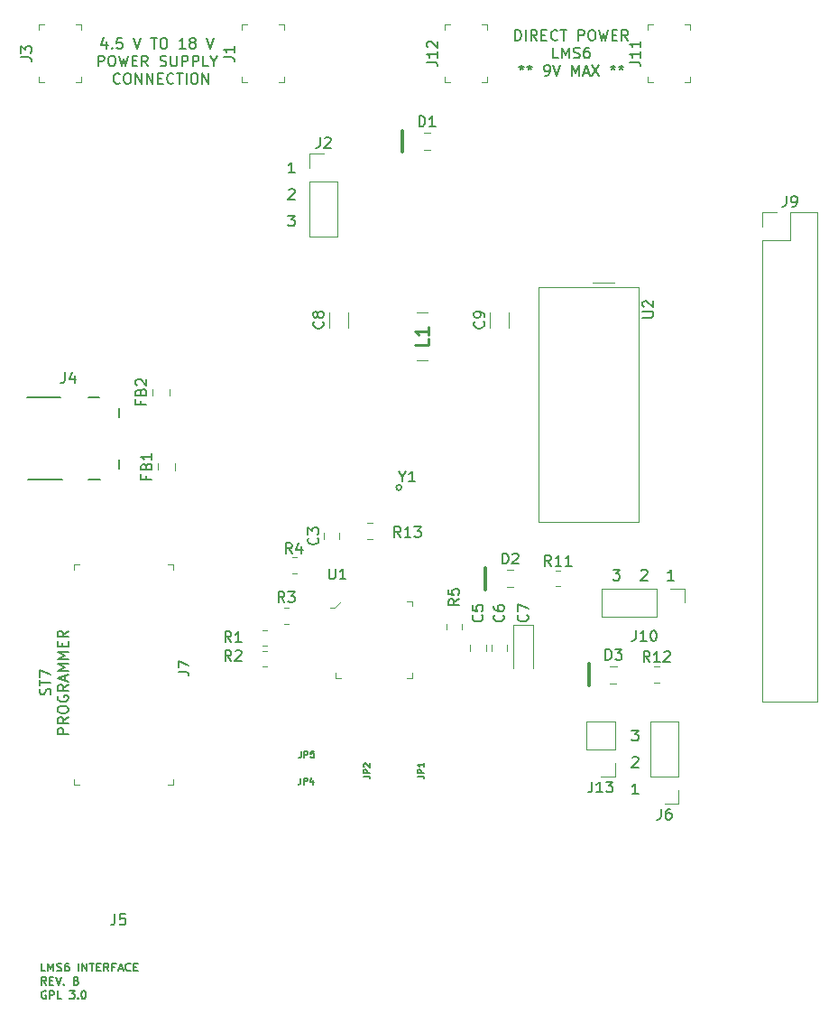
<source format=gto>
%TF.GenerationSoftware,KiCad,Pcbnew,(5.1.7)-1*%
%TF.CreationDate,2020-10-20T14:22:12-05:00*%
%TF.ProjectId,Programmer Board,50726f67-7261-46d6-9d65-7220426f6172,A*%
%TF.SameCoordinates,Original*%
%TF.FileFunction,Legend,Top*%
%TF.FilePolarity,Positive*%
%FSLAX46Y46*%
G04 Gerber Fmt 4.6, Leading zero omitted, Abs format (unit mm)*
G04 Created by KiCad (PCBNEW (5.1.7)-1) date 2020-10-20 14:22:12*
%MOMM*%
%LPD*%
G01*
G04 APERTURE LIST*
%ADD10C,0.170000*%
%ADD11C,0.150000*%
%ADD12C,0.300000*%
%ADD13C,0.100000*%
%ADD14C,0.200000*%
%ADD15C,0.120000*%
%ADD16C,0.254000*%
%ADD17C,0.127000*%
%ADD18C,3.180000*%
%ADD19C,1.900000*%
%ADD20R,1.900000X1.900000*%
%ADD21R,1.750000X4.500000*%
%ADD22C,2.200000*%
%ADD23R,1.200000X0.300000*%
%ADD24R,0.300000X1.200000*%
%ADD25R,0.400000X2.750000*%
%ADD26O,3.000000X1.500000*%
%ADD27R,3.000000X1.500000*%
%ADD28O,1.700000X1.700000*%
%ADD29R,1.700000X1.700000*%
%ADD30C,2.082800*%
%ADD31R,1.700000X0.250000*%
%ADD32O,2.300000X1.200000*%
%ADD33R,3.900000X1.800000*%
%ADD34R,1.200000X1.200000*%
G04 APERTURE END LIST*
D10*
X108896214Y-162544285D02*
X108539071Y-162544285D01*
X108539071Y-161794285D01*
X109146214Y-162544285D02*
X109146214Y-161794285D01*
X109396214Y-162330000D01*
X109646214Y-161794285D01*
X109646214Y-162544285D01*
X109967642Y-162508571D02*
X110074785Y-162544285D01*
X110253357Y-162544285D01*
X110324785Y-162508571D01*
X110360500Y-162472857D01*
X110396214Y-162401428D01*
X110396214Y-162330000D01*
X110360500Y-162258571D01*
X110324785Y-162222857D01*
X110253357Y-162187142D01*
X110110500Y-162151428D01*
X110039071Y-162115714D01*
X110003357Y-162080000D01*
X109967642Y-162008571D01*
X109967642Y-161937142D01*
X110003357Y-161865714D01*
X110039071Y-161830000D01*
X110110500Y-161794285D01*
X110289071Y-161794285D01*
X110396214Y-161830000D01*
X111039071Y-161794285D02*
X110896214Y-161794285D01*
X110824785Y-161830000D01*
X110789071Y-161865714D01*
X110717642Y-161972857D01*
X110681928Y-162115714D01*
X110681928Y-162401428D01*
X110717642Y-162472857D01*
X110753357Y-162508571D01*
X110824785Y-162544285D01*
X110967642Y-162544285D01*
X111039071Y-162508571D01*
X111074785Y-162472857D01*
X111110500Y-162401428D01*
X111110500Y-162222857D01*
X111074785Y-162151428D01*
X111039071Y-162115714D01*
X110967642Y-162080000D01*
X110824785Y-162080000D01*
X110753357Y-162115714D01*
X110717642Y-162151428D01*
X110681928Y-162222857D01*
X112003357Y-162544285D02*
X112003357Y-161794285D01*
X112360500Y-162544285D02*
X112360500Y-161794285D01*
X112789071Y-162544285D01*
X112789071Y-161794285D01*
X113039071Y-161794285D02*
X113467642Y-161794285D01*
X113253357Y-162544285D02*
X113253357Y-161794285D01*
X113717642Y-162151428D02*
X113967642Y-162151428D01*
X114074785Y-162544285D02*
X113717642Y-162544285D01*
X113717642Y-161794285D01*
X114074785Y-161794285D01*
X114824785Y-162544285D02*
X114574785Y-162187142D01*
X114396214Y-162544285D02*
X114396214Y-161794285D01*
X114681928Y-161794285D01*
X114753357Y-161830000D01*
X114789071Y-161865714D01*
X114824785Y-161937142D01*
X114824785Y-162044285D01*
X114789071Y-162115714D01*
X114753357Y-162151428D01*
X114681928Y-162187142D01*
X114396214Y-162187142D01*
X115396214Y-162151428D02*
X115146214Y-162151428D01*
X115146214Y-162544285D02*
X115146214Y-161794285D01*
X115503357Y-161794285D01*
X115753357Y-162330000D02*
X116110500Y-162330000D01*
X115681928Y-162544285D02*
X115931928Y-161794285D01*
X116181928Y-162544285D01*
X116860500Y-162472857D02*
X116824785Y-162508571D01*
X116717642Y-162544285D01*
X116646214Y-162544285D01*
X116539071Y-162508571D01*
X116467642Y-162437142D01*
X116431928Y-162365714D01*
X116396214Y-162222857D01*
X116396214Y-162115714D01*
X116431928Y-161972857D01*
X116467642Y-161901428D01*
X116539071Y-161830000D01*
X116646214Y-161794285D01*
X116717642Y-161794285D01*
X116824785Y-161830000D01*
X116860500Y-161865714D01*
X117181928Y-162151428D02*
X117431928Y-162151428D01*
X117539071Y-162544285D02*
X117181928Y-162544285D01*
X117181928Y-161794285D01*
X117539071Y-161794285D01*
X108967642Y-163839285D02*
X108717642Y-163482142D01*
X108539071Y-163839285D02*
X108539071Y-163089285D01*
X108824785Y-163089285D01*
X108896214Y-163125000D01*
X108931928Y-163160714D01*
X108967642Y-163232142D01*
X108967642Y-163339285D01*
X108931928Y-163410714D01*
X108896214Y-163446428D01*
X108824785Y-163482142D01*
X108539071Y-163482142D01*
X109289071Y-163446428D02*
X109539071Y-163446428D01*
X109646214Y-163839285D02*
X109289071Y-163839285D01*
X109289071Y-163089285D01*
X109646214Y-163089285D01*
X109860500Y-163089285D02*
X110110500Y-163839285D01*
X110360500Y-163089285D01*
X110610500Y-163767857D02*
X110646214Y-163803571D01*
X110610500Y-163839285D01*
X110574785Y-163803571D01*
X110610500Y-163767857D01*
X110610500Y-163839285D01*
X111789071Y-163446428D02*
X111896214Y-163482142D01*
X111931928Y-163517857D01*
X111967642Y-163589285D01*
X111967642Y-163696428D01*
X111931928Y-163767857D01*
X111896214Y-163803571D01*
X111824785Y-163839285D01*
X111539071Y-163839285D01*
X111539071Y-163089285D01*
X111789071Y-163089285D01*
X111860500Y-163125000D01*
X111896214Y-163160714D01*
X111931928Y-163232142D01*
X111931928Y-163303571D01*
X111896214Y-163375000D01*
X111860500Y-163410714D01*
X111789071Y-163446428D01*
X111539071Y-163446428D01*
X108931928Y-164420000D02*
X108860500Y-164384285D01*
X108753357Y-164384285D01*
X108646214Y-164420000D01*
X108574785Y-164491428D01*
X108539071Y-164562857D01*
X108503357Y-164705714D01*
X108503357Y-164812857D01*
X108539071Y-164955714D01*
X108574785Y-165027142D01*
X108646214Y-165098571D01*
X108753357Y-165134285D01*
X108824785Y-165134285D01*
X108931928Y-165098571D01*
X108967642Y-165062857D01*
X108967642Y-164812857D01*
X108824785Y-164812857D01*
X109289071Y-165134285D02*
X109289071Y-164384285D01*
X109574785Y-164384285D01*
X109646214Y-164420000D01*
X109681928Y-164455714D01*
X109717642Y-164527142D01*
X109717642Y-164634285D01*
X109681928Y-164705714D01*
X109646214Y-164741428D01*
X109574785Y-164777142D01*
X109289071Y-164777142D01*
X110396214Y-165134285D02*
X110039071Y-165134285D01*
X110039071Y-164384285D01*
X111146214Y-164384285D02*
X111610500Y-164384285D01*
X111360500Y-164670000D01*
X111467642Y-164670000D01*
X111539071Y-164705714D01*
X111574785Y-164741428D01*
X111610500Y-164812857D01*
X111610500Y-164991428D01*
X111574785Y-165062857D01*
X111539071Y-165098571D01*
X111467642Y-165134285D01*
X111253357Y-165134285D01*
X111181928Y-165098571D01*
X111146214Y-165062857D01*
X111931928Y-165062857D02*
X111967642Y-165098571D01*
X111931928Y-165134285D01*
X111896214Y-165098571D01*
X111931928Y-165062857D01*
X111931928Y-165134285D01*
X112431928Y-164384285D02*
X112503357Y-164384285D01*
X112574785Y-164420000D01*
X112610500Y-164455714D01*
X112646214Y-164527142D01*
X112681928Y-164670000D01*
X112681928Y-164848571D01*
X112646214Y-164991428D01*
X112610500Y-165062857D01*
X112574785Y-165098571D01*
X112503357Y-165134285D01*
X112431928Y-165134285D01*
X112360500Y-165098571D01*
X112324785Y-165062857D01*
X112289071Y-164991428D01*
X112253357Y-164848571D01*
X112253357Y-164670000D01*
X112289071Y-164527142D01*
X112324785Y-164455714D01*
X112360500Y-164420000D01*
X112431928Y-164384285D01*
D11*
X109329761Y-136642857D02*
X109377380Y-136500000D01*
X109377380Y-136261904D01*
X109329761Y-136166666D01*
X109282142Y-136119047D01*
X109186904Y-136071428D01*
X109091666Y-136071428D01*
X108996428Y-136119047D01*
X108948809Y-136166666D01*
X108901190Y-136261904D01*
X108853571Y-136452380D01*
X108805952Y-136547619D01*
X108758333Y-136595238D01*
X108663095Y-136642857D01*
X108567857Y-136642857D01*
X108472619Y-136595238D01*
X108425000Y-136547619D01*
X108377380Y-136452380D01*
X108377380Y-136214285D01*
X108425000Y-136071428D01*
X108377380Y-135785714D02*
X108377380Y-135214285D01*
X109377380Y-135500000D02*
X108377380Y-135500000D01*
X108377380Y-134976190D02*
X108377380Y-134309523D01*
X109377380Y-134738095D01*
X111027380Y-140309523D02*
X110027380Y-140309523D01*
X110027380Y-139928571D01*
X110075000Y-139833333D01*
X110122619Y-139785714D01*
X110217857Y-139738095D01*
X110360714Y-139738095D01*
X110455952Y-139785714D01*
X110503571Y-139833333D01*
X110551190Y-139928571D01*
X110551190Y-140309523D01*
X111027380Y-138738095D02*
X110551190Y-139071428D01*
X111027380Y-139309523D02*
X110027380Y-139309523D01*
X110027380Y-138928571D01*
X110075000Y-138833333D01*
X110122619Y-138785714D01*
X110217857Y-138738095D01*
X110360714Y-138738095D01*
X110455952Y-138785714D01*
X110503571Y-138833333D01*
X110551190Y-138928571D01*
X110551190Y-139309523D01*
X110027380Y-138119047D02*
X110027380Y-137928571D01*
X110075000Y-137833333D01*
X110170238Y-137738095D01*
X110360714Y-137690476D01*
X110694047Y-137690476D01*
X110884523Y-137738095D01*
X110979761Y-137833333D01*
X111027380Y-137928571D01*
X111027380Y-138119047D01*
X110979761Y-138214285D01*
X110884523Y-138309523D01*
X110694047Y-138357142D01*
X110360714Y-138357142D01*
X110170238Y-138309523D01*
X110075000Y-138214285D01*
X110027380Y-138119047D01*
X110075000Y-136738095D02*
X110027380Y-136833333D01*
X110027380Y-136976190D01*
X110075000Y-137119047D01*
X110170238Y-137214285D01*
X110265476Y-137261904D01*
X110455952Y-137309523D01*
X110598809Y-137309523D01*
X110789285Y-137261904D01*
X110884523Y-137214285D01*
X110979761Y-137119047D01*
X111027380Y-136976190D01*
X111027380Y-136880952D01*
X110979761Y-136738095D01*
X110932142Y-136690476D01*
X110598809Y-136690476D01*
X110598809Y-136880952D01*
X111027380Y-135690476D02*
X110551190Y-136023809D01*
X111027380Y-136261904D02*
X110027380Y-136261904D01*
X110027380Y-135880952D01*
X110075000Y-135785714D01*
X110122619Y-135738095D01*
X110217857Y-135690476D01*
X110360714Y-135690476D01*
X110455952Y-135738095D01*
X110503571Y-135785714D01*
X110551190Y-135880952D01*
X110551190Y-136261904D01*
X110741666Y-135309523D02*
X110741666Y-134833333D01*
X111027380Y-135404761D02*
X110027380Y-135071428D01*
X111027380Y-134738095D01*
X111027380Y-134404761D02*
X110027380Y-134404761D01*
X110741666Y-134071428D01*
X110027380Y-133738095D01*
X111027380Y-133738095D01*
X111027380Y-133261904D02*
X110027380Y-133261904D01*
X110741666Y-132928571D01*
X110027380Y-132595238D01*
X111027380Y-132595238D01*
X110503571Y-132119047D02*
X110503571Y-131785714D01*
X111027380Y-131642857D02*
X111027380Y-132119047D01*
X110027380Y-132119047D01*
X110027380Y-131642857D01*
X111027380Y-130642857D02*
X110551190Y-130976190D01*
X111027380Y-131214285D02*
X110027380Y-131214285D01*
X110027380Y-130833333D01*
X110075000Y-130738095D01*
X110122619Y-130690476D01*
X110217857Y-130642857D01*
X110360714Y-130642857D01*
X110455952Y-130690476D01*
X110503571Y-130738095D01*
X110551190Y-130833333D01*
X110551190Y-131214285D01*
X114607142Y-75385714D02*
X114607142Y-76052380D01*
X114369047Y-75004761D02*
X114130952Y-75719047D01*
X114750000Y-75719047D01*
X115130952Y-75957142D02*
X115178571Y-76004761D01*
X115130952Y-76052380D01*
X115083333Y-76004761D01*
X115130952Y-75957142D01*
X115130952Y-76052380D01*
X116083333Y-75052380D02*
X115607142Y-75052380D01*
X115559523Y-75528571D01*
X115607142Y-75480952D01*
X115702380Y-75433333D01*
X115940476Y-75433333D01*
X116035714Y-75480952D01*
X116083333Y-75528571D01*
X116130952Y-75623809D01*
X116130952Y-75861904D01*
X116083333Y-75957142D01*
X116035714Y-76004761D01*
X115940476Y-76052380D01*
X115702380Y-76052380D01*
X115607142Y-76004761D01*
X115559523Y-75957142D01*
X117178571Y-75052380D02*
X117511904Y-76052380D01*
X117845238Y-75052380D01*
X118797619Y-75052380D02*
X119369047Y-75052380D01*
X119083333Y-76052380D02*
X119083333Y-75052380D01*
X119892857Y-75052380D02*
X120083333Y-75052380D01*
X120178571Y-75100000D01*
X120273809Y-75195238D01*
X120321428Y-75385714D01*
X120321428Y-75719047D01*
X120273809Y-75909523D01*
X120178571Y-76004761D01*
X120083333Y-76052380D01*
X119892857Y-76052380D01*
X119797619Y-76004761D01*
X119702380Y-75909523D01*
X119654761Y-75719047D01*
X119654761Y-75385714D01*
X119702380Y-75195238D01*
X119797619Y-75100000D01*
X119892857Y-75052380D01*
X122035714Y-76052380D02*
X121464285Y-76052380D01*
X121750000Y-76052380D02*
X121750000Y-75052380D01*
X121654761Y-75195238D01*
X121559523Y-75290476D01*
X121464285Y-75338095D01*
X122607142Y-75480952D02*
X122511904Y-75433333D01*
X122464285Y-75385714D01*
X122416666Y-75290476D01*
X122416666Y-75242857D01*
X122464285Y-75147619D01*
X122511904Y-75100000D01*
X122607142Y-75052380D01*
X122797619Y-75052380D01*
X122892857Y-75100000D01*
X122940476Y-75147619D01*
X122988095Y-75242857D01*
X122988095Y-75290476D01*
X122940476Y-75385714D01*
X122892857Y-75433333D01*
X122797619Y-75480952D01*
X122607142Y-75480952D01*
X122511904Y-75528571D01*
X122464285Y-75576190D01*
X122416666Y-75671428D01*
X122416666Y-75861904D01*
X122464285Y-75957142D01*
X122511904Y-76004761D01*
X122607142Y-76052380D01*
X122797619Y-76052380D01*
X122892857Y-76004761D01*
X122940476Y-75957142D01*
X122988095Y-75861904D01*
X122988095Y-75671428D01*
X122940476Y-75576190D01*
X122892857Y-75528571D01*
X122797619Y-75480952D01*
X124035714Y-75052380D02*
X124369047Y-76052380D01*
X124702380Y-75052380D01*
X113845238Y-77702380D02*
X113845238Y-76702380D01*
X114226190Y-76702380D01*
X114321428Y-76750000D01*
X114369047Y-76797619D01*
X114416666Y-76892857D01*
X114416666Y-77035714D01*
X114369047Y-77130952D01*
X114321428Y-77178571D01*
X114226190Y-77226190D01*
X113845238Y-77226190D01*
X115035714Y-76702380D02*
X115226190Y-76702380D01*
X115321428Y-76750000D01*
X115416666Y-76845238D01*
X115464285Y-77035714D01*
X115464285Y-77369047D01*
X115416666Y-77559523D01*
X115321428Y-77654761D01*
X115226190Y-77702380D01*
X115035714Y-77702380D01*
X114940476Y-77654761D01*
X114845238Y-77559523D01*
X114797619Y-77369047D01*
X114797619Y-77035714D01*
X114845238Y-76845238D01*
X114940476Y-76750000D01*
X115035714Y-76702380D01*
X115797619Y-76702380D02*
X116035714Y-77702380D01*
X116226190Y-76988095D01*
X116416666Y-77702380D01*
X116654761Y-76702380D01*
X117035714Y-77178571D02*
X117369047Y-77178571D01*
X117511904Y-77702380D02*
X117035714Y-77702380D01*
X117035714Y-76702380D01*
X117511904Y-76702380D01*
X118511904Y-77702380D02*
X118178571Y-77226190D01*
X117940476Y-77702380D02*
X117940476Y-76702380D01*
X118321428Y-76702380D01*
X118416666Y-76750000D01*
X118464285Y-76797619D01*
X118511904Y-76892857D01*
X118511904Y-77035714D01*
X118464285Y-77130952D01*
X118416666Y-77178571D01*
X118321428Y-77226190D01*
X117940476Y-77226190D01*
X119654761Y-77654761D02*
X119797619Y-77702380D01*
X120035714Y-77702380D01*
X120130952Y-77654761D01*
X120178571Y-77607142D01*
X120226190Y-77511904D01*
X120226190Y-77416666D01*
X120178571Y-77321428D01*
X120130952Y-77273809D01*
X120035714Y-77226190D01*
X119845238Y-77178571D01*
X119750000Y-77130952D01*
X119702380Y-77083333D01*
X119654761Y-76988095D01*
X119654761Y-76892857D01*
X119702380Y-76797619D01*
X119750000Y-76750000D01*
X119845238Y-76702380D01*
X120083333Y-76702380D01*
X120226190Y-76750000D01*
X120654761Y-76702380D02*
X120654761Y-77511904D01*
X120702380Y-77607142D01*
X120750000Y-77654761D01*
X120845238Y-77702380D01*
X121035714Y-77702380D01*
X121130952Y-77654761D01*
X121178571Y-77607142D01*
X121226190Y-77511904D01*
X121226190Y-76702380D01*
X121702380Y-77702380D02*
X121702380Y-76702380D01*
X122083333Y-76702380D01*
X122178571Y-76750000D01*
X122226190Y-76797619D01*
X122273809Y-76892857D01*
X122273809Y-77035714D01*
X122226190Y-77130952D01*
X122178571Y-77178571D01*
X122083333Y-77226190D01*
X121702380Y-77226190D01*
X122702380Y-77702380D02*
X122702380Y-76702380D01*
X123083333Y-76702380D01*
X123178571Y-76750000D01*
X123226190Y-76797619D01*
X123273809Y-76892857D01*
X123273809Y-77035714D01*
X123226190Y-77130952D01*
X123178571Y-77178571D01*
X123083333Y-77226190D01*
X122702380Y-77226190D01*
X124178571Y-77702380D02*
X123702380Y-77702380D01*
X123702380Y-76702380D01*
X124702380Y-77226190D02*
X124702380Y-77702380D01*
X124369047Y-76702380D02*
X124702380Y-77226190D01*
X125035714Y-76702380D01*
X115869047Y-79257142D02*
X115821428Y-79304761D01*
X115678571Y-79352380D01*
X115583333Y-79352380D01*
X115440476Y-79304761D01*
X115345238Y-79209523D01*
X115297619Y-79114285D01*
X115250000Y-78923809D01*
X115250000Y-78780952D01*
X115297619Y-78590476D01*
X115345238Y-78495238D01*
X115440476Y-78400000D01*
X115583333Y-78352380D01*
X115678571Y-78352380D01*
X115821428Y-78400000D01*
X115869047Y-78447619D01*
X116488095Y-78352380D02*
X116678571Y-78352380D01*
X116773809Y-78400000D01*
X116869047Y-78495238D01*
X116916666Y-78685714D01*
X116916666Y-79019047D01*
X116869047Y-79209523D01*
X116773809Y-79304761D01*
X116678571Y-79352380D01*
X116488095Y-79352380D01*
X116392857Y-79304761D01*
X116297619Y-79209523D01*
X116250000Y-79019047D01*
X116250000Y-78685714D01*
X116297619Y-78495238D01*
X116392857Y-78400000D01*
X116488095Y-78352380D01*
X117345238Y-79352380D02*
X117345238Y-78352380D01*
X117916666Y-79352380D01*
X117916666Y-78352380D01*
X118392857Y-79352380D02*
X118392857Y-78352380D01*
X118964285Y-79352380D01*
X118964285Y-78352380D01*
X119440476Y-78828571D02*
X119773809Y-78828571D01*
X119916666Y-79352380D02*
X119440476Y-79352380D01*
X119440476Y-78352380D01*
X119916666Y-78352380D01*
X120916666Y-79257142D02*
X120869047Y-79304761D01*
X120726190Y-79352380D01*
X120630952Y-79352380D01*
X120488095Y-79304761D01*
X120392857Y-79209523D01*
X120345238Y-79114285D01*
X120297619Y-78923809D01*
X120297619Y-78780952D01*
X120345238Y-78590476D01*
X120392857Y-78495238D01*
X120488095Y-78400000D01*
X120630952Y-78352380D01*
X120726190Y-78352380D01*
X120869047Y-78400000D01*
X120916666Y-78447619D01*
X121202380Y-78352380D02*
X121773809Y-78352380D01*
X121488095Y-79352380D02*
X121488095Y-78352380D01*
X122107142Y-79352380D02*
X122107142Y-78352380D01*
X122773809Y-78352380D02*
X122964285Y-78352380D01*
X123059523Y-78400000D01*
X123154761Y-78495238D01*
X123202380Y-78685714D01*
X123202380Y-79019047D01*
X123154761Y-79209523D01*
X123059523Y-79304761D01*
X122964285Y-79352380D01*
X122773809Y-79352380D01*
X122678571Y-79304761D01*
X122583333Y-79209523D01*
X122535714Y-79019047D01*
X122535714Y-78685714D01*
X122583333Y-78495238D01*
X122678571Y-78400000D01*
X122773809Y-78352380D01*
X123630952Y-79352380D02*
X123630952Y-78352380D01*
X124202380Y-79352380D01*
X124202380Y-78352380D01*
X152988095Y-75302380D02*
X152988095Y-74302380D01*
X153226190Y-74302380D01*
X153369047Y-74350000D01*
X153464285Y-74445238D01*
X153511904Y-74540476D01*
X153559523Y-74730952D01*
X153559523Y-74873809D01*
X153511904Y-75064285D01*
X153464285Y-75159523D01*
X153369047Y-75254761D01*
X153226190Y-75302380D01*
X152988095Y-75302380D01*
X153988095Y-75302380D02*
X153988095Y-74302380D01*
X155035714Y-75302380D02*
X154702380Y-74826190D01*
X154464285Y-75302380D02*
X154464285Y-74302380D01*
X154845238Y-74302380D01*
X154940476Y-74350000D01*
X154988095Y-74397619D01*
X155035714Y-74492857D01*
X155035714Y-74635714D01*
X154988095Y-74730952D01*
X154940476Y-74778571D01*
X154845238Y-74826190D01*
X154464285Y-74826190D01*
X155464285Y-74778571D02*
X155797619Y-74778571D01*
X155940476Y-75302380D02*
X155464285Y-75302380D01*
X155464285Y-74302380D01*
X155940476Y-74302380D01*
X156940476Y-75207142D02*
X156892857Y-75254761D01*
X156750000Y-75302380D01*
X156654761Y-75302380D01*
X156511904Y-75254761D01*
X156416666Y-75159523D01*
X156369047Y-75064285D01*
X156321428Y-74873809D01*
X156321428Y-74730952D01*
X156369047Y-74540476D01*
X156416666Y-74445238D01*
X156511904Y-74350000D01*
X156654761Y-74302380D01*
X156750000Y-74302380D01*
X156892857Y-74350000D01*
X156940476Y-74397619D01*
X157226190Y-74302380D02*
X157797619Y-74302380D01*
X157511904Y-75302380D02*
X157511904Y-74302380D01*
X158892857Y-75302380D02*
X158892857Y-74302380D01*
X159273809Y-74302380D01*
X159369047Y-74350000D01*
X159416666Y-74397619D01*
X159464285Y-74492857D01*
X159464285Y-74635714D01*
X159416666Y-74730952D01*
X159369047Y-74778571D01*
X159273809Y-74826190D01*
X158892857Y-74826190D01*
X160083333Y-74302380D02*
X160273809Y-74302380D01*
X160369047Y-74350000D01*
X160464285Y-74445238D01*
X160511904Y-74635714D01*
X160511904Y-74969047D01*
X160464285Y-75159523D01*
X160369047Y-75254761D01*
X160273809Y-75302380D01*
X160083333Y-75302380D01*
X159988095Y-75254761D01*
X159892857Y-75159523D01*
X159845238Y-74969047D01*
X159845238Y-74635714D01*
X159892857Y-74445238D01*
X159988095Y-74350000D01*
X160083333Y-74302380D01*
X160845238Y-74302380D02*
X161083333Y-75302380D01*
X161273809Y-74588095D01*
X161464285Y-75302380D01*
X161702380Y-74302380D01*
X162083333Y-74778571D02*
X162416666Y-74778571D01*
X162559523Y-75302380D02*
X162083333Y-75302380D01*
X162083333Y-74302380D01*
X162559523Y-74302380D01*
X163559523Y-75302380D02*
X163226190Y-74826190D01*
X162988095Y-75302380D02*
X162988095Y-74302380D01*
X163369047Y-74302380D01*
X163464285Y-74350000D01*
X163511904Y-74397619D01*
X163559523Y-74492857D01*
X163559523Y-74635714D01*
X163511904Y-74730952D01*
X163464285Y-74778571D01*
X163369047Y-74826190D01*
X162988095Y-74826190D01*
X157035714Y-76952380D02*
X156559523Y-76952380D01*
X156559523Y-75952380D01*
X157369047Y-76952380D02*
X157369047Y-75952380D01*
X157702380Y-76666666D01*
X158035714Y-75952380D01*
X158035714Y-76952380D01*
X158464285Y-76904761D02*
X158607142Y-76952380D01*
X158845238Y-76952380D01*
X158940476Y-76904761D01*
X158988095Y-76857142D01*
X159035714Y-76761904D01*
X159035714Y-76666666D01*
X158988095Y-76571428D01*
X158940476Y-76523809D01*
X158845238Y-76476190D01*
X158654761Y-76428571D01*
X158559523Y-76380952D01*
X158511904Y-76333333D01*
X158464285Y-76238095D01*
X158464285Y-76142857D01*
X158511904Y-76047619D01*
X158559523Y-76000000D01*
X158654761Y-75952380D01*
X158892857Y-75952380D01*
X159035714Y-76000000D01*
X159892857Y-75952380D02*
X159702380Y-75952380D01*
X159607142Y-76000000D01*
X159559523Y-76047619D01*
X159464285Y-76190476D01*
X159416666Y-76380952D01*
X159416666Y-76761904D01*
X159464285Y-76857142D01*
X159511904Y-76904761D01*
X159607142Y-76952380D01*
X159797619Y-76952380D01*
X159892857Y-76904761D01*
X159940476Y-76857142D01*
X159988095Y-76761904D01*
X159988095Y-76523809D01*
X159940476Y-76428571D01*
X159892857Y-76380952D01*
X159797619Y-76333333D01*
X159607142Y-76333333D01*
X159511904Y-76380952D01*
X159464285Y-76428571D01*
X159416666Y-76523809D01*
X153583333Y-77602380D02*
X153583333Y-77840476D01*
X153345238Y-77745238D02*
X153583333Y-77840476D01*
X153821428Y-77745238D01*
X153440476Y-78030952D02*
X153583333Y-77840476D01*
X153726190Y-78030952D01*
X154345238Y-77602380D02*
X154345238Y-77840476D01*
X154107142Y-77745238D02*
X154345238Y-77840476D01*
X154583333Y-77745238D01*
X154202380Y-78030952D02*
X154345238Y-77840476D01*
X154488095Y-78030952D01*
X155773809Y-78602380D02*
X155964285Y-78602380D01*
X156059523Y-78554761D01*
X156107142Y-78507142D01*
X156202380Y-78364285D01*
X156250000Y-78173809D01*
X156250000Y-77792857D01*
X156202380Y-77697619D01*
X156154761Y-77650000D01*
X156059523Y-77602380D01*
X155869047Y-77602380D01*
X155773809Y-77650000D01*
X155726190Y-77697619D01*
X155678571Y-77792857D01*
X155678571Y-78030952D01*
X155726190Y-78126190D01*
X155773809Y-78173809D01*
X155869047Y-78221428D01*
X156059523Y-78221428D01*
X156154761Y-78173809D01*
X156202380Y-78126190D01*
X156250000Y-78030952D01*
X156535714Y-77602380D02*
X156869047Y-78602380D01*
X157202380Y-77602380D01*
X158297619Y-78602380D02*
X158297619Y-77602380D01*
X158630952Y-78316666D01*
X158964285Y-77602380D01*
X158964285Y-78602380D01*
X159392857Y-78316666D02*
X159869047Y-78316666D01*
X159297619Y-78602380D02*
X159630952Y-77602380D01*
X159964285Y-78602380D01*
X160202380Y-77602380D02*
X160869047Y-78602380D01*
X160869047Y-77602380D02*
X160202380Y-78602380D01*
X162154761Y-77602380D02*
X162154761Y-77840476D01*
X161916666Y-77745238D02*
X162154761Y-77840476D01*
X162392857Y-77745238D01*
X162011904Y-78030952D02*
X162154761Y-77840476D01*
X162297619Y-78030952D01*
X162916666Y-77602380D02*
X162916666Y-77840476D01*
X162678571Y-77745238D02*
X162916666Y-77840476D01*
X163154761Y-77745238D01*
X162773809Y-78030952D02*
X162916666Y-77840476D01*
X163059523Y-78030952D01*
X131666666Y-91702380D02*
X132285714Y-91702380D01*
X131952380Y-92083333D01*
X132095238Y-92083333D01*
X132190476Y-92130952D01*
X132238095Y-92178571D01*
X132285714Y-92273809D01*
X132285714Y-92511904D01*
X132238095Y-92607142D01*
X132190476Y-92654761D01*
X132095238Y-92702380D01*
X131809523Y-92702380D01*
X131714285Y-92654761D01*
X131666666Y-92607142D01*
X131714285Y-89297619D02*
X131761904Y-89250000D01*
X131857142Y-89202380D01*
X132095238Y-89202380D01*
X132190476Y-89250000D01*
X132238095Y-89297619D01*
X132285714Y-89392857D01*
X132285714Y-89488095D01*
X132238095Y-89630952D01*
X131666666Y-90202380D01*
X132285714Y-90202380D01*
X132285714Y-87702380D02*
X131714285Y-87702380D01*
X132000000Y-87702380D02*
X132000000Y-86702380D01*
X131904761Y-86845238D01*
X131809523Y-86940476D01*
X131714285Y-86988095D01*
X163916666Y-139952380D02*
X164535714Y-139952380D01*
X164202380Y-140333333D01*
X164345238Y-140333333D01*
X164440476Y-140380952D01*
X164488095Y-140428571D01*
X164535714Y-140523809D01*
X164535714Y-140761904D01*
X164488095Y-140857142D01*
X164440476Y-140904761D01*
X164345238Y-140952380D01*
X164059523Y-140952380D01*
X163964285Y-140904761D01*
X163916666Y-140857142D01*
X163964285Y-142547619D02*
X164011904Y-142500000D01*
X164107142Y-142452380D01*
X164345238Y-142452380D01*
X164440476Y-142500000D01*
X164488095Y-142547619D01*
X164535714Y-142642857D01*
X164535714Y-142738095D01*
X164488095Y-142880952D01*
X163916666Y-143452380D01*
X164535714Y-143452380D01*
X164535714Y-145952380D02*
X163964285Y-145952380D01*
X164250000Y-145952380D02*
X164250000Y-144952380D01*
X164154761Y-145095238D01*
X164059523Y-145190476D01*
X163964285Y-145238095D01*
X167885714Y-125902380D02*
X167314285Y-125902380D01*
X167600000Y-125902380D02*
X167600000Y-124902380D01*
X167504761Y-125045238D01*
X167409523Y-125140476D01*
X167314285Y-125188095D01*
X164814285Y-124997619D02*
X164861904Y-124950000D01*
X164957142Y-124902380D01*
X165195238Y-124902380D01*
X165290476Y-124950000D01*
X165338095Y-124997619D01*
X165385714Y-125092857D01*
X165385714Y-125188095D01*
X165338095Y-125330952D01*
X164766666Y-125902380D01*
X165385714Y-125902380D01*
X162166666Y-124902380D02*
X162785714Y-124902380D01*
X162452380Y-125283333D01*
X162595238Y-125283333D01*
X162690476Y-125330952D01*
X162738095Y-125378571D01*
X162785714Y-125473809D01*
X162785714Y-125711904D01*
X162738095Y-125807142D01*
X162690476Y-125854761D01*
X162595238Y-125902380D01*
X162309523Y-125902380D01*
X162214285Y-125854761D01*
X162166666Y-125807142D01*
D12*
X142400000Y-83750000D02*
X142400000Y-85750000D01*
X150200000Y-124750000D02*
X150200000Y-126750000D01*
X159900000Y-133750000D02*
X159900000Y-135750000D01*
D13*
%TO.C,L1*%
X144750000Y-105300000D02*
X143750000Y-105300000D01*
X144750000Y-100800000D02*
X143750000Y-100800000D01*
%TO.C,J7*%
X120900000Y-145050000D02*
X120900000Y-144550000D01*
X120900000Y-145050000D02*
X120400000Y-145050000D01*
X120900000Y-124450000D02*
X120900000Y-124950000D01*
X120900000Y-124450000D02*
X120400000Y-124450000D01*
X111600000Y-124450000D02*
X112100000Y-124450000D01*
X111600000Y-124450000D02*
X111600000Y-124950000D01*
X111600000Y-145050000D02*
X111600000Y-144550000D01*
X111600000Y-145050000D02*
X112100000Y-145050000D01*
%TO.C,U1*%
X136100000Y-134545000D02*
X136100000Y-135045000D01*
X136100000Y-135045000D02*
X136600000Y-135045000D01*
X143300000Y-134545000D02*
X143300000Y-135045000D01*
X143300000Y-135045000D02*
X142800000Y-135045000D01*
X142800000Y-127845000D02*
X143300000Y-127845000D01*
X143300000Y-127845000D02*
X143300000Y-128345000D01*
X136600000Y-127845000D02*
X136000000Y-128445000D01*
X136000000Y-128445000D02*
X135600000Y-128445000D01*
D14*
%TO.C,Y1*%
X142315000Y-117205000D02*
G75*
G03*
X142315000Y-117205000I-250000J0D01*
G01*
D15*
%TO.C,R13*%
X139107936Y-122020000D02*
X139562064Y-122020000D01*
X139107936Y-120550000D02*
X139562064Y-120550000D01*
%TO.C,U2*%
X155130000Y-98380000D02*
X164570000Y-98380000D01*
X155130000Y-120420000D02*
X155130000Y-98380000D01*
X164570000Y-120420000D02*
X155130000Y-120420000D01*
X164570000Y-98380000D02*
X164570000Y-120420000D01*
X162250000Y-98000000D02*
X160250000Y-98000000D01*
%TO.C,R12*%
X166022936Y-134015000D02*
X166477064Y-134015000D01*
X166022936Y-135485000D02*
X166477064Y-135485000D01*
%TO.C,R11*%
X156772936Y-125015000D02*
X157227064Y-125015000D01*
X156772936Y-126485000D02*
X157227064Y-126485000D01*
%TO.C,R5*%
X147985000Y-130022936D02*
X147985000Y-130477064D01*
X146515000Y-130022936D02*
X146515000Y-130477064D01*
%TO.C,R4*%
X132477064Y-125235000D02*
X132022936Y-125235000D01*
X132477064Y-123765000D02*
X132022936Y-123765000D01*
%TO.C,R3*%
X131727064Y-129985000D02*
X131272936Y-129985000D01*
X131727064Y-128515000D02*
X131272936Y-128515000D01*
%TO.C,R2*%
X129727064Y-133985000D02*
X129272936Y-133985000D01*
X129727064Y-132515000D02*
X129272936Y-132515000D01*
%TO.C,R1*%
X129727064Y-132065000D02*
X129272936Y-132065000D01*
X129727064Y-130595000D02*
X129272936Y-130595000D01*
%TO.C,J13*%
X162330000Y-139130000D02*
X159670000Y-139130000D01*
X162330000Y-141730000D02*
X162330000Y-139130000D01*
X159670000Y-141730000D02*
X159670000Y-139130000D01*
X162330000Y-141730000D02*
X159670000Y-141730000D01*
X162330000Y-143000000D02*
X162330000Y-144330000D01*
X162330000Y-144330000D02*
X161000000Y-144330000D01*
D13*
%TO.C,J12*%
X150350000Y-73800000D02*
X150350000Y-74300000D01*
X150350000Y-73800000D02*
X149850000Y-73800000D01*
X150350000Y-79200000D02*
X149850000Y-79200000D01*
X150350000Y-79200000D02*
X150350000Y-78700000D01*
X146350000Y-79200000D02*
X146850000Y-79200000D01*
X146350000Y-79200000D02*
X146350000Y-78700000D01*
X146350000Y-73800000D02*
X146850000Y-73800000D01*
X146350000Y-73800000D02*
X146350000Y-74300000D01*
%TO.C,J11*%
X169400000Y-73800000D02*
X169400000Y-74300000D01*
X169400000Y-73800000D02*
X168900000Y-73800000D01*
X169400000Y-79200000D02*
X168900000Y-79200000D01*
X169400000Y-79200000D02*
X169400000Y-78700000D01*
X165400000Y-79200000D02*
X165900000Y-79200000D01*
X165400000Y-79200000D02*
X165400000Y-78700000D01*
X165400000Y-73800000D02*
X165900000Y-73800000D01*
X165400000Y-73800000D02*
X165400000Y-74300000D01*
D15*
%TO.C,J10*%
X161130000Y-126670000D02*
X161130000Y-129330000D01*
X166270000Y-126670000D02*
X161130000Y-126670000D01*
X166270000Y-129330000D02*
X161130000Y-129330000D01*
X166270000Y-126670000D02*
X166270000Y-129330000D01*
X167540000Y-126670000D02*
X168870000Y-126670000D01*
X168870000Y-126670000D02*
X168870000Y-128000000D01*
%TO.C,J9*%
X176170000Y-137260000D02*
X181370000Y-137260000D01*
X176170000Y-94020000D02*
X176170000Y-137260000D01*
X181370000Y-91420000D02*
X181370000Y-137260000D01*
X176170000Y-94020000D02*
X178770000Y-94020000D01*
X178770000Y-94020000D02*
X178770000Y-91420000D01*
X178770000Y-91420000D02*
X181370000Y-91420000D01*
X176170000Y-92750000D02*
X176170000Y-91420000D01*
X176170000Y-91420000D02*
X177500000Y-91420000D01*
%TO.C,J6*%
X168330000Y-139140000D02*
X165670000Y-139140000D01*
X168330000Y-144280000D02*
X168330000Y-139140000D01*
X165670000Y-144280000D02*
X165670000Y-139140000D01*
X168330000Y-144280000D02*
X165670000Y-144280000D01*
X168330000Y-145550000D02*
X168330000Y-146880000D01*
X168330000Y-146880000D02*
X167000000Y-146880000D01*
D11*
%TO.C,J4*%
X110435000Y-116425000D02*
X107235000Y-116425000D01*
X114010000Y-116425000D02*
X112960000Y-116425000D01*
X115835000Y-114600000D02*
X115835000Y-115475000D01*
X115810000Y-109725000D02*
X115810000Y-110600000D01*
X112935000Y-108775000D02*
X113960000Y-108775000D01*
X107185000Y-108775000D02*
X110335000Y-108775000D01*
D13*
%TO.C,J3*%
X112250000Y-73800000D02*
X112250000Y-74300000D01*
X112250000Y-73800000D02*
X111750000Y-73800000D01*
X112250000Y-79200000D02*
X111750000Y-79200000D01*
X112250000Y-79200000D02*
X112250000Y-78700000D01*
X108250000Y-79200000D02*
X108750000Y-79200000D01*
X108250000Y-79200000D02*
X108250000Y-78700000D01*
X108250000Y-73800000D02*
X108750000Y-73800000D01*
X108250000Y-73800000D02*
X108250000Y-74300000D01*
D15*
%TO.C,J2*%
X133670000Y-93660000D02*
X136330000Y-93660000D01*
X133670000Y-88520000D02*
X133670000Y-93660000D01*
X136330000Y-88520000D02*
X136330000Y-93660000D01*
X133670000Y-88520000D02*
X136330000Y-88520000D01*
X133670000Y-87250000D02*
X133670000Y-85920000D01*
X133670000Y-85920000D02*
X135000000Y-85920000D01*
D13*
%TO.C,J1*%
X131300000Y-73800000D02*
X131300000Y-74300000D01*
X131300000Y-73800000D02*
X130800000Y-73800000D01*
X131300000Y-79200000D02*
X130800000Y-79200000D01*
X131300000Y-79200000D02*
X131300000Y-78700000D01*
X127300000Y-79200000D02*
X127800000Y-79200000D01*
X127300000Y-79200000D02*
X127300000Y-78700000D01*
X127300000Y-73800000D02*
X127800000Y-73800000D01*
X127300000Y-73800000D02*
X127300000Y-74300000D01*
D15*
%TO.C,FB2*%
X120550000Y-108570000D02*
X120550000Y-107970000D01*
X118950000Y-108550000D02*
X118950000Y-107950000D01*
%TO.C,FB1*%
X121050000Y-115570000D02*
X121050000Y-114970000D01*
X119450000Y-115550000D02*
X119450000Y-114950000D01*
%TO.C,D3*%
X161880000Y-135550000D02*
X162480000Y-135550000D01*
X161900000Y-133950000D02*
X162500000Y-133950000D01*
%TO.C,D2*%
X152180000Y-126550000D02*
X152780000Y-126550000D01*
X152200000Y-124950000D02*
X152800000Y-124950000D01*
%TO.C,D1*%
X144380000Y-85550000D02*
X144980000Y-85550000D01*
X144400000Y-83950000D02*
X145000000Y-83950000D01*
%TO.C,C9*%
X150590000Y-102198752D02*
X150590000Y-100776248D01*
X152410000Y-102198752D02*
X152410000Y-100776248D01*
%TO.C,C8*%
X135490000Y-102198752D02*
X135490000Y-100776248D01*
X137310000Y-102198752D02*
X137310000Y-100776248D01*
%TO.C,C7*%
X154685000Y-134162500D02*
X154685000Y-130077500D01*
X154685000Y-130077500D02*
X152815000Y-130077500D01*
X152815000Y-130077500D02*
X152815000Y-134162500D01*
%TO.C,C6*%
X152235000Y-131988748D02*
X152235000Y-132511252D01*
X150765000Y-131988748D02*
X150765000Y-132511252D01*
%TO.C,C5*%
X150235000Y-131988748D02*
X150235000Y-132511252D01*
X148765000Y-131988748D02*
X148765000Y-132511252D01*
%TO.C,C3*%
X135015000Y-122011252D02*
X135015000Y-121488748D01*
X136485000Y-122011252D02*
X136485000Y-121488748D01*
%TO.C,J5*%
D11*
X115416666Y-157202380D02*
X115416666Y-157916666D01*
X115369047Y-158059523D01*
X115273809Y-158154761D01*
X115130952Y-158202380D01*
X115035714Y-158202380D01*
X116369047Y-157202380D02*
X115892857Y-157202380D01*
X115845238Y-157678571D01*
X115892857Y-157630952D01*
X115988095Y-157583333D01*
X116226190Y-157583333D01*
X116321428Y-157630952D01*
X116369047Y-157678571D01*
X116416666Y-157773809D01*
X116416666Y-158011904D01*
X116369047Y-158107142D01*
X116321428Y-158154761D01*
X116226190Y-158202380D01*
X115988095Y-158202380D01*
X115892857Y-158154761D01*
X115845238Y-158107142D01*
%TO.C,L1*%
D16*
X144824523Y-103261666D02*
X144824523Y-103866428D01*
X143554523Y-103866428D01*
X144824523Y-102173095D02*
X144824523Y-102898809D01*
X144824523Y-102535952D02*
X143554523Y-102535952D01*
X143735952Y-102656904D01*
X143856904Y-102777857D01*
X143917380Y-102898809D01*
%TO.C,J7*%
D11*
X121352380Y-134483333D02*
X122066666Y-134483333D01*
X122209523Y-134530952D01*
X122304761Y-134626190D01*
X122352380Y-134769047D01*
X122352380Y-134864285D01*
X121352380Y-134102380D02*
X121352380Y-133435714D01*
X122352380Y-133864285D01*
%TO.C,U1*%
X135509095Y-124801380D02*
X135509095Y-125610904D01*
X135556714Y-125706142D01*
X135604333Y-125753761D01*
X135699571Y-125801380D01*
X135890047Y-125801380D01*
X135985285Y-125753761D01*
X136032904Y-125706142D01*
X136080523Y-125610904D01*
X136080523Y-124801380D01*
X137080523Y-125801380D02*
X136509095Y-125801380D01*
X136794809Y-125801380D02*
X136794809Y-124801380D01*
X136699571Y-124944238D01*
X136604333Y-125039476D01*
X136509095Y-125087095D01*
%TO.C,Y1*%
X142398809Y-116181190D02*
X142398809Y-116657380D01*
X142065476Y-115657380D02*
X142398809Y-116181190D01*
X142732142Y-115657380D01*
X143589285Y-116657380D02*
X143017857Y-116657380D01*
X143303571Y-116657380D02*
X143303571Y-115657380D01*
X143208333Y-115800238D01*
X143113095Y-115895476D01*
X143017857Y-115943095D01*
%TO.C,R13*%
X142232142Y-121864380D02*
X141898809Y-121388190D01*
X141660714Y-121864380D02*
X141660714Y-120864380D01*
X142041666Y-120864380D01*
X142136904Y-120912000D01*
X142184523Y-120959619D01*
X142232142Y-121054857D01*
X142232142Y-121197714D01*
X142184523Y-121292952D01*
X142136904Y-121340571D01*
X142041666Y-121388190D01*
X141660714Y-121388190D01*
X143184523Y-121864380D02*
X142613095Y-121864380D01*
X142898809Y-121864380D02*
X142898809Y-120864380D01*
X142803571Y-121007238D01*
X142708333Y-121102476D01*
X142613095Y-121150095D01*
X143517857Y-120864380D02*
X144136904Y-120864380D01*
X143803571Y-121245333D01*
X143946428Y-121245333D01*
X144041666Y-121292952D01*
X144089285Y-121340571D01*
X144136904Y-121435809D01*
X144136904Y-121673904D01*
X144089285Y-121769142D01*
X144041666Y-121816761D01*
X143946428Y-121864380D01*
X143660714Y-121864380D01*
X143565476Y-121816761D01*
X143517857Y-121769142D01*
%TO.C,JP5*%
D17*
X132892000Y-141916171D02*
X132892000Y-142351600D01*
X132862971Y-142438685D01*
X132804914Y-142496742D01*
X132717828Y-142525771D01*
X132659771Y-142525771D01*
X133182285Y-142525771D02*
X133182285Y-141916171D01*
X133414514Y-141916171D01*
X133472571Y-141945200D01*
X133501600Y-141974228D01*
X133530628Y-142032285D01*
X133530628Y-142119371D01*
X133501600Y-142177428D01*
X133472571Y-142206457D01*
X133414514Y-142235485D01*
X133182285Y-142235485D01*
X134082171Y-141916171D02*
X133791885Y-141916171D01*
X133762857Y-142206457D01*
X133791885Y-142177428D01*
X133849942Y-142148400D01*
X133995085Y-142148400D01*
X134053142Y-142177428D01*
X134082171Y-142206457D01*
X134111200Y-142264514D01*
X134111200Y-142409657D01*
X134082171Y-142467714D01*
X134053142Y-142496742D01*
X133995085Y-142525771D01*
X133849942Y-142525771D01*
X133791885Y-142496742D01*
X133762857Y-142467714D01*
%TO.C,JP4*%
X132842000Y-144446171D02*
X132842000Y-144881600D01*
X132812971Y-144968685D01*
X132754914Y-145026742D01*
X132667828Y-145055771D01*
X132609771Y-145055771D01*
X133132285Y-145055771D02*
X133132285Y-144446171D01*
X133364514Y-144446171D01*
X133422571Y-144475200D01*
X133451600Y-144504228D01*
X133480628Y-144562285D01*
X133480628Y-144649371D01*
X133451600Y-144707428D01*
X133422571Y-144736457D01*
X133364514Y-144765485D01*
X133132285Y-144765485D01*
X134003142Y-144649371D02*
X134003142Y-145055771D01*
X133858000Y-144417142D02*
X133712857Y-144852571D01*
X134090228Y-144852571D01*
%TO.C,JP2*%
X138731171Y-144272000D02*
X139166600Y-144272000D01*
X139253685Y-144301028D01*
X139311742Y-144359085D01*
X139340771Y-144446171D01*
X139340771Y-144504228D01*
X139340771Y-143981714D02*
X138731171Y-143981714D01*
X138731171Y-143749485D01*
X138760200Y-143691428D01*
X138789228Y-143662400D01*
X138847285Y-143633371D01*
X138934371Y-143633371D01*
X138992428Y-143662400D01*
X139021457Y-143691428D01*
X139050485Y-143749485D01*
X139050485Y-143981714D01*
X138789228Y-143401142D02*
X138760200Y-143372114D01*
X138731171Y-143314057D01*
X138731171Y-143168914D01*
X138760200Y-143110857D01*
X138789228Y-143081828D01*
X138847285Y-143052800D01*
X138905342Y-143052800D01*
X138992428Y-143081828D01*
X139340771Y-143430171D01*
X139340771Y-143052800D01*
%TO.C,JP1*%
X143811171Y-144272000D02*
X144246600Y-144272000D01*
X144333685Y-144301028D01*
X144391742Y-144359085D01*
X144420771Y-144446171D01*
X144420771Y-144504228D01*
X144420771Y-143981714D02*
X143811171Y-143981714D01*
X143811171Y-143749485D01*
X143840200Y-143691428D01*
X143869228Y-143662400D01*
X143927285Y-143633371D01*
X144014371Y-143633371D01*
X144072428Y-143662400D01*
X144101457Y-143691428D01*
X144130485Y-143749485D01*
X144130485Y-143981714D01*
X144420771Y-143052800D02*
X144420771Y-143401142D01*
X144420771Y-143226971D02*
X143811171Y-143226971D01*
X143898257Y-143285028D01*
X143956314Y-143343085D01*
X143985342Y-143401142D01*
%TO.C,U2*%
D11*
X164942380Y-101261904D02*
X165751904Y-101261904D01*
X165847142Y-101214285D01*
X165894761Y-101166666D01*
X165942380Y-101071428D01*
X165942380Y-100880952D01*
X165894761Y-100785714D01*
X165847142Y-100738095D01*
X165751904Y-100690476D01*
X164942380Y-100690476D01*
X165037619Y-100261904D02*
X164990000Y-100214285D01*
X164942380Y-100119047D01*
X164942380Y-99880952D01*
X164990000Y-99785714D01*
X165037619Y-99738095D01*
X165132857Y-99690476D01*
X165228095Y-99690476D01*
X165370952Y-99738095D01*
X165942380Y-100309523D01*
X165942380Y-99690476D01*
%TO.C,R12*%
X165607142Y-133552380D02*
X165273809Y-133076190D01*
X165035714Y-133552380D02*
X165035714Y-132552380D01*
X165416666Y-132552380D01*
X165511904Y-132600000D01*
X165559523Y-132647619D01*
X165607142Y-132742857D01*
X165607142Y-132885714D01*
X165559523Y-132980952D01*
X165511904Y-133028571D01*
X165416666Y-133076190D01*
X165035714Y-133076190D01*
X166559523Y-133552380D02*
X165988095Y-133552380D01*
X166273809Y-133552380D02*
X166273809Y-132552380D01*
X166178571Y-132695238D01*
X166083333Y-132790476D01*
X165988095Y-132838095D01*
X166940476Y-132647619D02*
X166988095Y-132600000D01*
X167083333Y-132552380D01*
X167321428Y-132552380D01*
X167416666Y-132600000D01*
X167464285Y-132647619D01*
X167511904Y-132742857D01*
X167511904Y-132838095D01*
X167464285Y-132980952D01*
X166892857Y-133552380D01*
X167511904Y-133552380D01*
%TO.C,R11*%
X156357142Y-124552380D02*
X156023809Y-124076190D01*
X155785714Y-124552380D02*
X155785714Y-123552380D01*
X156166666Y-123552380D01*
X156261904Y-123600000D01*
X156309523Y-123647619D01*
X156357142Y-123742857D01*
X156357142Y-123885714D01*
X156309523Y-123980952D01*
X156261904Y-124028571D01*
X156166666Y-124076190D01*
X155785714Y-124076190D01*
X157309523Y-124552380D02*
X156738095Y-124552380D01*
X157023809Y-124552380D02*
X157023809Y-123552380D01*
X156928571Y-123695238D01*
X156833333Y-123790476D01*
X156738095Y-123838095D01*
X158261904Y-124552380D02*
X157690476Y-124552380D01*
X157976190Y-124552380D02*
X157976190Y-123552380D01*
X157880952Y-123695238D01*
X157785714Y-123790476D01*
X157690476Y-123838095D01*
%TO.C,R5*%
X147702380Y-127666666D02*
X147226190Y-128000000D01*
X147702380Y-128238095D02*
X146702380Y-128238095D01*
X146702380Y-127857142D01*
X146750000Y-127761904D01*
X146797619Y-127714285D01*
X146892857Y-127666666D01*
X147035714Y-127666666D01*
X147130952Y-127714285D01*
X147178571Y-127761904D01*
X147226190Y-127857142D01*
X147226190Y-128238095D01*
X146702380Y-126761904D02*
X146702380Y-127238095D01*
X147178571Y-127285714D01*
X147130952Y-127238095D01*
X147083333Y-127142857D01*
X147083333Y-126904761D01*
X147130952Y-126809523D01*
X147178571Y-126761904D01*
X147273809Y-126714285D01*
X147511904Y-126714285D01*
X147607142Y-126761904D01*
X147654761Y-126809523D01*
X147702380Y-126904761D01*
X147702380Y-127142857D01*
X147654761Y-127238095D01*
X147607142Y-127285714D01*
%TO.C,R4*%
X132033333Y-123402380D02*
X131700000Y-122926190D01*
X131461904Y-123402380D02*
X131461904Y-122402380D01*
X131842857Y-122402380D01*
X131938095Y-122450000D01*
X131985714Y-122497619D01*
X132033333Y-122592857D01*
X132033333Y-122735714D01*
X131985714Y-122830952D01*
X131938095Y-122878571D01*
X131842857Y-122926190D01*
X131461904Y-122926190D01*
X132890476Y-122735714D02*
X132890476Y-123402380D01*
X132652380Y-122354761D02*
X132414285Y-123069047D01*
X133033333Y-123069047D01*
%TO.C,R3*%
X131333333Y-127952380D02*
X131000000Y-127476190D01*
X130761904Y-127952380D02*
X130761904Y-126952380D01*
X131142857Y-126952380D01*
X131238095Y-127000000D01*
X131285714Y-127047619D01*
X131333333Y-127142857D01*
X131333333Y-127285714D01*
X131285714Y-127380952D01*
X131238095Y-127428571D01*
X131142857Y-127476190D01*
X130761904Y-127476190D01*
X131666666Y-126952380D02*
X132285714Y-126952380D01*
X131952380Y-127333333D01*
X132095238Y-127333333D01*
X132190476Y-127380952D01*
X132238095Y-127428571D01*
X132285714Y-127523809D01*
X132285714Y-127761904D01*
X132238095Y-127857142D01*
X132190476Y-127904761D01*
X132095238Y-127952380D01*
X131809523Y-127952380D01*
X131714285Y-127904761D01*
X131666666Y-127857142D01*
%TO.C,R2*%
X126333333Y-133452380D02*
X126000000Y-132976190D01*
X125761904Y-133452380D02*
X125761904Y-132452380D01*
X126142857Y-132452380D01*
X126238095Y-132500000D01*
X126285714Y-132547619D01*
X126333333Y-132642857D01*
X126333333Y-132785714D01*
X126285714Y-132880952D01*
X126238095Y-132928571D01*
X126142857Y-132976190D01*
X125761904Y-132976190D01*
X126714285Y-132547619D02*
X126761904Y-132500000D01*
X126857142Y-132452380D01*
X127095238Y-132452380D01*
X127190476Y-132500000D01*
X127238095Y-132547619D01*
X127285714Y-132642857D01*
X127285714Y-132738095D01*
X127238095Y-132880952D01*
X126666666Y-133452380D01*
X127285714Y-133452380D01*
%TO.C,R1*%
X126333333Y-131702380D02*
X126000000Y-131226190D01*
X125761904Y-131702380D02*
X125761904Y-130702380D01*
X126142857Y-130702380D01*
X126238095Y-130750000D01*
X126285714Y-130797619D01*
X126333333Y-130892857D01*
X126333333Y-131035714D01*
X126285714Y-131130952D01*
X126238095Y-131178571D01*
X126142857Y-131226190D01*
X125761904Y-131226190D01*
X127285714Y-131702380D02*
X126714285Y-131702380D01*
X127000000Y-131702380D02*
X127000000Y-130702380D01*
X126904761Y-130845238D01*
X126809523Y-130940476D01*
X126714285Y-130988095D01*
%TO.C,J13*%
X160190476Y-144782380D02*
X160190476Y-145496666D01*
X160142857Y-145639523D01*
X160047619Y-145734761D01*
X159904761Y-145782380D01*
X159809523Y-145782380D01*
X161190476Y-145782380D02*
X160619047Y-145782380D01*
X160904761Y-145782380D02*
X160904761Y-144782380D01*
X160809523Y-144925238D01*
X160714285Y-145020476D01*
X160619047Y-145068095D01*
X161523809Y-144782380D02*
X162142857Y-144782380D01*
X161809523Y-145163333D01*
X161952380Y-145163333D01*
X162047619Y-145210952D01*
X162095238Y-145258571D01*
X162142857Y-145353809D01*
X162142857Y-145591904D01*
X162095238Y-145687142D01*
X162047619Y-145734761D01*
X161952380Y-145782380D01*
X161666666Y-145782380D01*
X161571428Y-145734761D01*
X161523809Y-145687142D01*
%TO.C,J12*%
X144672380Y-77309523D02*
X145386666Y-77309523D01*
X145529523Y-77357142D01*
X145624761Y-77452380D01*
X145672380Y-77595238D01*
X145672380Y-77690476D01*
X145672380Y-76309523D02*
X145672380Y-76880952D01*
X145672380Y-76595238D02*
X144672380Y-76595238D01*
X144815238Y-76690476D01*
X144910476Y-76785714D01*
X144958095Y-76880952D01*
X144767619Y-75928571D02*
X144720000Y-75880952D01*
X144672380Y-75785714D01*
X144672380Y-75547619D01*
X144720000Y-75452380D01*
X144767619Y-75404761D01*
X144862857Y-75357142D01*
X144958095Y-75357142D01*
X145100952Y-75404761D01*
X145672380Y-75976190D01*
X145672380Y-75357142D01*
%TO.C,J11*%
X163722380Y-77309523D02*
X164436666Y-77309523D01*
X164579523Y-77357142D01*
X164674761Y-77452380D01*
X164722380Y-77595238D01*
X164722380Y-77690476D01*
X164722380Y-76309523D02*
X164722380Y-76880952D01*
X164722380Y-76595238D02*
X163722380Y-76595238D01*
X163865238Y-76690476D01*
X163960476Y-76785714D01*
X164008095Y-76880952D01*
X164722380Y-75357142D02*
X164722380Y-75928571D01*
X164722380Y-75642857D02*
X163722380Y-75642857D01*
X163865238Y-75738095D01*
X163960476Y-75833333D01*
X164008095Y-75928571D01*
%TO.C,J10*%
X164290476Y-130602380D02*
X164290476Y-131316666D01*
X164242857Y-131459523D01*
X164147619Y-131554761D01*
X164004761Y-131602380D01*
X163909523Y-131602380D01*
X165290476Y-131602380D02*
X164719047Y-131602380D01*
X165004761Y-131602380D02*
X165004761Y-130602380D01*
X164909523Y-130745238D01*
X164814285Y-130840476D01*
X164719047Y-130888095D01*
X165909523Y-130602380D02*
X166004761Y-130602380D01*
X166100000Y-130650000D01*
X166147619Y-130697619D01*
X166195238Y-130792857D01*
X166242857Y-130983333D01*
X166242857Y-131221428D01*
X166195238Y-131411904D01*
X166147619Y-131507142D01*
X166100000Y-131554761D01*
X166004761Y-131602380D01*
X165909523Y-131602380D01*
X165814285Y-131554761D01*
X165766666Y-131507142D01*
X165719047Y-131411904D01*
X165671428Y-131221428D01*
X165671428Y-130983333D01*
X165719047Y-130792857D01*
X165766666Y-130697619D01*
X165814285Y-130650000D01*
X165909523Y-130602380D01*
%TO.C,J9*%
X178436666Y-89872380D02*
X178436666Y-90586666D01*
X178389047Y-90729523D01*
X178293809Y-90824761D01*
X178150952Y-90872380D01*
X178055714Y-90872380D01*
X178960476Y-90872380D02*
X179150952Y-90872380D01*
X179246190Y-90824761D01*
X179293809Y-90777142D01*
X179389047Y-90634285D01*
X179436666Y-90443809D01*
X179436666Y-90062857D01*
X179389047Y-89967619D01*
X179341428Y-89920000D01*
X179246190Y-89872380D01*
X179055714Y-89872380D01*
X178960476Y-89920000D01*
X178912857Y-89967619D01*
X178865238Y-90062857D01*
X178865238Y-90300952D01*
X178912857Y-90396190D01*
X178960476Y-90443809D01*
X179055714Y-90491428D01*
X179246190Y-90491428D01*
X179341428Y-90443809D01*
X179389047Y-90396190D01*
X179436666Y-90300952D01*
%TO.C,J6*%
X166666666Y-147332380D02*
X166666666Y-148046666D01*
X166619047Y-148189523D01*
X166523809Y-148284761D01*
X166380952Y-148332380D01*
X166285714Y-148332380D01*
X167571428Y-147332380D02*
X167380952Y-147332380D01*
X167285714Y-147380000D01*
X167238095Y-147427619D01*
X167142857Y-147570476D01*
X167095238Y-147760952D01*
X167095238Y-148141904D01*
X167142857Y-148237142D01*
X167190476Y-148284761D01*
X167285714Y-148332380D01*
X167476190Y-148332380D01*
X167571428Y-148284761D01*
X167619047Y-148237142D01*
X167666666Y-148141904D01*
X167666666Y-147903809D01*
X167619047Y-147808571D01*
X167571428Y-147760952D01*
X167476190Y-147713333D01*
X167285714Y-147713333D01*
X167190476Y-147760952D01*
X167142857Y-147808571D01*
X167095238Y-147903809D01*
%TO.C,J4*%
X110711666Y-106412380D02*
X110711666Y-107126666D01*
X110664047Y-107269523D01*
X110568809Y-107364761D01*
X110425952Y-107412380D01*
X110330714Y-107412380D01*
X111616428Y-106745714D02*
X111616428Y-107412380D01*
X111378333Y-106364761D02*
X111140238Y-107079047D01*
X111759285Y-107079047D01*
%TO.C,J3*%
X106572380Y-76833333D02*
X107286666Y-76833333D01*
X107429523Y-76880952D01*
X107524761Y-76976190D01*
X107572380Y-77119047D01*
X107572380Y-77214285D01*
X106572380Y-76452380D02*
X106572380Y-75833333D01*
X106953333Y-76166666D01*
X106953333Y-76023809D01*
X107000952Y-75928571D01*
X107048571Y-75880952D01*
X107143809Y-75833333D01*
X107381904Y-75833333D01*
X107477142Y-75880952D01*
X107524761Y-75928571D01*
X107572380Y-76023809D01*
X107572380Y-76309523D01*
X107524761Y-76404761D01*
X107477142Y-76452380D01*
%TO.C,J2*%
X134666666Y-84372380D02*
X134666666Y-85086666D01*
X134619047Y-85229523D01*
X134523809Y-85324761D01*
X134380952Y-85372380D01*
X134285714Y-85372380D01*
X135095238Y-84467619D02*
X135142857Y-84420000D01*
X135238095Y-84372380D01*
X135476190Y-84372380D01*
X135571428Y-84420000D01*
X135619047Y-84467619D01*
X135666666Y-84562857D01*
X135666666Y-84658095D01*
X135619047Y-84800952D01*
X135047619Y-85372380D01*
X135666666Y-85372380D01*
%TO.C,J1*%
X125622380Y-76833333D02*
X126336666Y-76833333D01*
X126479523Y-76880952D01*
X126574761Y-76976190D01*
X126622380Y-77119047D01*
X126622380Y-77214285D01*
X126622380Y-75833333D02*
X126622380Y-76404761D01*
X126622380Y-76119047D02*
X125622380Y-76119047D01*
X125765238Y-76214285D01*
X125860476Y-76309523D01*
X125908095Y-76404761D01*
%TO.C,FB2*%
X117838571Y-109083333D02*
X117838571Y-109416666D01*
X118362380Y-109416666D02*
X117362380Y-109416666D01*
X117362380Y-108940476D01*
X117838571Y-108226190D02*
X117886190Y-108083333D01*
X117933809Y-108035714D01*
X118029047Y-107988095D01*
X118171904Y-107988095D01*
X118267142Y-108035714D01*
X118314761Y-108083333D01*
X118362380Y-108178571D01*
X118362380Y-108559523D01*
X117362380Y-108559523D01*
X117362380Y-108226190D01*
X117410000Y-108130952D01*
X117457619Y-108083333D01*
X117552857Y-108035714D01*
X117648095Y-108035714D01*
X117743333Y-108083333D01*
X117790952Y-108130952D01*
X117838571Y-108226190D01*
X117838571Y-108559523D01*
X117457619Y-107607142D02*
X117410000Y-107559523D01*
X117362380Y-107464285D01*
X117362380Y-107226190D01*
X117410000Y-107130952D01*
X117457619Y-107083333D01*
X117552857Y-107035714D01*
X117648095Y-107035714D01*
X117790952Y-107083333D01*
X118362380Y-107654761D01*
X118362380Y-107035714D01*
%TO.C,FB1*%
X118338571Y-116083333D02*
X118338571Y-116416666D01*
X118862380Y-116416666D02*
X117862380Y-116416666D01*
X117862380Y-115940476D01*
X118338571Y-115226190D02*
X118386190Y-115083333D01*
X118433809Y-115035714D01*
X118529047Y-114988095D01*
X118671904Y-114988095D01*
X118767142Y-115035714D01*
X118814761Y-115083333D01*
X118862380Y-115178571D01*
X118862380Y-115559523D01*
X117862380Y-115559523D01*
X117862380Y-115226190D01*
X117910000Y-115130952D01*
X117957619Y-115083333D01*
X118052857Y-115035714D01*
X118148095Y-115035714D01*
X118243333Y-115083333D01*
X118290952Y-115130952D01*
X118338571Y-115226190D01*
X118338571Y-115559523D01*
X118862380Y-114035714D02*
X118862380Y-114607142D01*
X118862380Y-114321428D02*
X117862380Y-114321428D01*
X118005238Y-114416666D01*
X118100476Y-114511904D01*
X118148095Y-114607142D01*
%TO.C,D3*%
X161461904Y-133362380D02*
X161461904Y-132362380D01*
X161700000Y-132362380D01*
X161842857Y-132410000D01*
X161938095Y-132505238D01*
X161985714Y-132600476D01*
X162033333Y-132790952D01*
X162033333Y-132933809D01*
X161985714Y-133124285D01*
X161938095Y-133219523D01*
X161842857Y-133314761D01*
X161700000Y-133362380D01*
X161461904Y-133362380D01*
X162366666Y-132362380D02*
X162985714Y-132362380D01*
X162652380Y-132743333D01*
X162795238Y-132743333D01*
X162890476Y-132790952D01*
X162938095Y-132838571D01*
X162985714Y-132933809D01*
X162985714Y-133171904D01*
X162938095Y-133267142D01*
X162890476Y-133314761D01*
X162795238Y-133362380D01*
X162509523Y-133362380D01*
X162414285Y-133314761D01*
X162366666Y-133267142D01*
%TO.C,D2*%
X151761904Y-124362380D02*
X151761904Y-123362380D01*
X152000000Y-123362380D01*
X152142857Y-123410000D01*
X152238095Y-123505238D01*
X152285714Y-123600476D01*
X152333333Y-123790952D01*
X152333333Y-123933809D01*
X152285714Y-124124285D01*
X152238095Y-124219523D01*
X152142857Y-124314761D01*
X152000000Y-124362380D01*
X151761904Y-124362380D01*
X152714285Y-123457619D02*
X152761904Y-123410000D01*
X152857142Y-123362380D01*
X153095238Y-123362380D01*
X153190476Y-123410000D01*
X153238095Y-123457619D01*
X153285714Y-123552857D01*
X153285714Y-123648095D01*
X153238095Y-123790952D01*
X152666666Y-124362380D01*
X153285714Y-124362380D01*
%TO.C,D1*%
X143961904Y-83362380D02*
X143961904Y-82362380D01*
X144200000Y-82362380D01*
X144342857Y-82410000D01*
X144438095Y-82505238D01*
X144485714Y-82600476D01*
X144533333Y-82790952D01*
X144533333Y-82933809D01*
X144485714Y-83124285D01*
X144438095Y-83219523D01*
X144342857Y-83314761D01*
X144200000Y-83362380D01*
X143961904Y-83362380D01*
X145485714Y-83362380D02*
X144914285Y-83362380D01*
X145200000Y-83362380D02*
X145200000Y-82362380D01*
X145104761Y-82505238D01*
X145009523Y-82600476D01*
X144914285Y-82648095D01*
%TO.C,C9*%
X150007142Y-101654166D02*
X150054761Y-101701785D01*
X150102380Y-101844642D01*
X150102380Y-101939880D01*
X150054761Y-102082738D01*
X149959523Y-102177976D01*
X149864285Y-102225595D01*
X149673809Y-102273214D01*
X149530952Y-102273214D01*
X149340476Y-102225595D01*
X149245238Y-102177976D01*
X149150000Y-102082738D01*
X149102380Y-101939880D01*
X149102380Y-101844642D01*
X149150000Y-101701785D01*
X149197619Y-101654166D01*
X150102380Y-101177976D02*
X150102380Y-100987500D01*
X150054761Y-100892261D01*
X150007142Y-100844642D01*
X149864285Y-100749404D01*
X149673809Y-100701785D01*
X149292857Y-100701785D01*
X149197619Y-100749404D01*
X149150000Y-100797023D01*
X149102380Y-100892261D01*
X149102380Y-101082738D01*
X149150000Y-101177976D01*
X149197619Y-101225595D01*
X149292857Y-101273214D01*
X149530952Y-101273214D01*
X149626190Y-101225595D01*
X149673809Y-101177976D01*
X149721428Y-101082738D01*
X149721428Y-100892261D01*
X149673809Y-100797023D01*
X149626190Y-100749404D01*
X149530952Y-100701785D01*
%TO.C,C8*%
X134907142Y-101654166D02*
X134954761Y-101701785D01*
X135002380Y-101844642D01*
X135002380Y-101939880D01*
X134954761Y-102082738D01*
X134859523Y-102177976D01*
X134764285Y-102225595D01*
X134573809Y-102273214D01*
X134430952Y-102273214D01*
X134240476Y-102225595D01*
X134145238Y-102177976D01*
X134050000Y-102082738D01*
X134002380Y-101939880D01*
X134002380Y-101844642D01*
X134050000Y-101701785D01*
X134097619Y-101654166D01*
X134430952Y-101082738D02*
X134383333Y-101177976D01*
X134335714Y-101225595D01*
X134240476Y-101273214D01*
X134192857Y-101273214D01*
X134097619Y-101225595D01*
X134050000Y-101177976D01*
X134002380Y-101082738D01*
X134002380Y-100892261D01*
X134050000Y-100797023D01*
X134097619Y-100749404D01*
X134192857Y-100701785D01*
X134240476Y-100701785D01*
X134335714Y-100749404D01*
X134383333Y-100797023D01*
X134430952Y-100892261D01*
X134430952Y-101082738D01*
X134478571Y-101177976D01*
X134526190Y-101225595D01*
X134621428Y-101273214D01*
X134811904Y-101273214D01*
X134907142Y-101225595D01*
X134954761Y-101177976D01*
X135002380Y-101082738D01*
X135002380Y-100892261D01*
X134954761Y-100797023D01*
X134907142Y-100749404D01*
X134811904Y-100701785D01*
X134621428Y-100701785D01*
X134526190Y-100749404D01*
X134478571Y-100797023D01*
X134430952Y-100892261D01*
%TO.C,C7*%
X154107142Y-129166666D02*
X154154761Y-129214285D01*
X154202380Y-129357142D01*
X154202380Y-129452380D01*
X154154761Y-129595238D01*
X154059523Y-129690476D01*
X153964285Y-129738095D01*
X153773809Y-129785714D01*
X153630952Y-129785714D01*
X153440476Y-129738095D01*
X153345238Y-129690476D01*
X153250000Y-129595238D01*
X153202380Y-129452380D01*
X153202380Y-129357142D01*
X153250000Y-129214285D01*
X153297619Y-129166666D01*
X153202380Y-128833333D02*
X153202380Y-128166666D01*
X154202380Y-128595238D01*
%TO.C,C6*%
X151857142Y-129166666D02*
X151904761Y-129214285D01*
X151952380Y-129357142D01*
X151952380Y-129452380D01*
X151904761Y-129595238D01*
X151809523Y-129690476D01*
X151714285Y-129738095D01*
X151523809Y-129785714D01*
X151380952Y-129785714D01*
X151190476Y-129738095D01*
X151095238Y-129690476D01*
X151000000Y-129595238D01*
X150952380Y-129452380D01*
X150952380Y-129357142D01*
X151000000Y-129214285D01*
X151047619Y-129166666D01*
X150952380Y-128309523D02*
X150952380Y-128500000D01*
X151000000Y-128595238D01*
X151047619Y-128642857D01*
X151190476Y-128738095D01*
X151380952Y-128785714D01*
X151761904Y-128785714D01*
X151857142Y-128738095D01*
X151904761Y-128690476D01*
X151952380Y-128595238D01*
X151952380Y-128404761D01*
X151904761Y-128309523D01*
X151857142Y-128261904D01*
X151761904Y-128214285D01*
X151523809Y-128214285D01*
X151428571Y-128261904D01*
X151380952Y-128309523D01*
X151333333Y-128404761D01*
X151333333Y-128595238D01*
X151380952Y-128690476D01*
X151428571Y-128738095D01*
X151523809Y-128785714D01*
%TO.C,C5*%
X149857142Y-129166666D02*
X149904761Y-129214285D01*
X149952380Y-129357142D01*
X149952380Y-129452380D01*
X149904761Y-129595238D01*
X149809523Y-129690476D01*
X149714285Y-129738095D01*
X149523809Y-129785714D01*
X149380952Y-129785714D01*
X149190476Y-129738095D01*
X149095238Y-129690476D01*
X149000000Y-129595238D01*
X148952380Y-129452380D01*
X148952380Y-129357142D01*
X149000000Y-129214285D01*
X149047619Y-129166666D01*
X148952380Y-128261904D02*
X148952380Y-128738095D01*
X149428571Y-128785714D01*
X149380952Y-128738095D01*
X149333333Y-128642857D01*
X149333333Y-128404761D01*
X149380952Y-128309523D01*
X149428571Y-128261904D01*
X149523809Y-128214285D01*
X149761904Y-128214285D01*
X149857142Y-128261904D01*
X149904761Y-128309523D01*
X149952380Y-128404761D01*
X149952380Y-128642857D01*
X149904761Y-128738095D01*
X149857142Y-128785714D01*
%TO.C,C3*%
X134427142Y-121916666D02*
X134474761Y-121964285D01*
X134522380Y-122107142D01*
X134522380Y-122202380D01*
X134474761Y-122345238D01*
X134379523Y-122440476D01*
X134284285Y-122488095D01*
X134093809Y-122535714D01*
X133950952Y-122535714D01*
X133760476Y-122488095D01*
X133665238Y-122440476D01*
X133570000Y-122345238D01*
X133522380Y-122202380D01*
X133522380Y-122107142D01*
X133570000Y-121964285D01*
X133617619Y-121916666D01*
X133522380Y-121583333D02*
X133522380Y-120964285D01*
X133903333Y-121297619D01*
X133903333Y-121154761D01*
X133950952Y-121059523D01*
X133998571Y-121011904D01*
X134093809Y-120964285D01*
X134331904Y-120964285D01*
X134427142Y-121011904D01*
X134474761Y-121059523D01*
X134522380Y-121154761D01*
X134522380Y-121440476D01*
X134474761Y-121535714D01*
X134427142Y-121583333D01*
%TD*%
%LPC*%
D18*
%TO.C,J5*%
X114795000Y-164920000D03*
X180205000Y-164920000D03*
D19*
X151310000Y-156270000D03*
X156390000Y-160230000D03*
X148770000Y-156270000D03*
X148770000Y-160230000D03*
X151310000Y-160230000D03*
X158930000Y-156270000D03*
X164010000Y-160230000D03*
X156390000Y-156270000D03*
X161470000Y-156270000D03*
X164010000Y-156270000D03*
X169090000Y-156270000D03*
X171630000Y-156270000D03*
X153850000Y-160230000D03*
X158930000Y-160230000D03*
X153850000Y-156270000D03*
X166550000Y-156270000D03*
X161470000Y-160230000D03*
X166550000Y-160230000D03*
X171630000Y-160230000D03*
X169090000Y-160230000D03*
X146230000Y-156270000D03*
X143690000Y-156270000D03*
X143690000Y-160230000D03*
X146230000Y-160230000D03*
X136070000Y-156270000D03*
X141150000Y-160230000D03*
X133530000Y-156270000D03*
X133530000Y-160230000D03*
X136070000Y-160230000D03*
X141150000Y-156270000D03*
X138610000Y-160230000D03*
X138610000Y-156270000D03*
X130990000Y-156270000D03*
X128450000Y-156270000D03*
X128450000Y-160230000D03*
X130990000Y-160230000D03*
X125910000Y-156270000D03*
X125910000Y-160230000D03*
X123370000Y-156270000D03*
D20*
X123370000Y-160230000D03*
%TD*%
D21*
%TO.C,L1*%
X145875000Y-103050000D03*
X142625000Y-103050000D03*
%TD*%
D22*
%TO.C,J7*%
X114960000Y-139710000D03*
X117500000Y-139710000D03*
X114960000Y-137170000D03*
X117500000Y-137170000D03*
X114960000Y-134630000D03*
X117500000Y-134630000D03*
X114960000Y-132090000D03*
X117500000Y-132090000D03*
X114960000Y-129550000D03*
X117500000Y-129550000D03*
%TD*%
D23*
%TO.C,U1*%
X135500000Y-131695000D03*
X135500000Y-131195000D03*
D24*
X139950000Y-127245000D03*
X139450000Y-127245000D03*
D23*
X135500000Y-130695000D03*
X135500000Y-130195000D03*
X135500000Y-129695000D03*
X135500000Y-129195000D03*
X135500000Y-128695000D03*
D24*
X138950000Y-127245000D03*
X138450000Y-127245000D03*
X137950000Y-127245000D03*
X137450000Y-127245000D03*
X136950000Y-127245000D03*
D23*
X135500000Y-132195000D03*
X135500000Y-132695000D03*
X135500000Y-133195000D03*
X135500000Y-133695000D03*
X135500000Y-134195000D03*
D24*
X140450000Y-127245000D03*
X140950000Y-127245000D03*
X141450000Y-127245000D03*
X141950000Y-127245000D03*
X142450000Y-127245000D03*
X136950000Y-135645000D03*
X137450000Y-135645000D03*
X137950000Y-135645000D03*
X138450000Y-135645000D03*
X138950000Y-135645000D03*
X139450000Y-135645000D03*
X139950000Y-135645000D03*
X140450000Y-135645000D03*
X140950000Y-135645000D03*
X141450000Y-135645000D03*
X141950000Y-135645000D03*
X142450000Y-135645000D03*
D23*
X143900000Y-134195000D03*
X143900000Y-133695000D03*
X143900000Y-133195000D03*
X143900000Y-132695000D03*
X143900000Y-132195000D03*
X143900000Y-131695000D03*
X143900000Y-131195000D03*
X143900000Y-130695000D03*
X143900000Y-130195000D03*
X143900000Y-129695000D03*
X143900000Y-129195000D03*
X143900000Y-128695000D03*
%TD*%
D25*
%TO.C,Y1*%
X137565000Y-116205000D03*
X139065000Y-116205000D03*
X140565000Y-116205000D03*
%TD*%
%TO.C,R13*%
G36*
G01*
X139735000Y-121735001D02*
X139735000Y-120834999D01*
G75*
G02*
X139984999Y-120585000I249999J0D01*
G01*
X140685001Y-120585000D01*
G75*
G02*
X140935000Y-120834999I0J-249999D01*
G01*
X140935000Y-121735001D01*
G75*
G02*
X140685001Y-121985000I-249999J0D01*
G01*
X139984999Y-121985000D01*
G75*
G02*
X139735000Y-121735001I0J249999D01*
G01*
G37*
G36*
G01*
X137735000Y-121735001D02*
X137735000Y-120834999D01*
G75*
G02*
X137984999Y-120585000I249999J0D01*
G01*
X138685001Y-120585000D01*
G75*
G02*
X138935000Y-120834999I0J-249999D01*
G01*
X138935000Y-121735001D01*
G75*
G02*
X138685001Y-121985000I-249999J0D01*
G01*
X137984999Y-121985000D01*
G75*
G02*
X137735000Y-121735001I0J249999D01*
G01*
G37*
%TD*%
%TO.C,JP5*%
G36*
G01*
X132753100Y-142875000D02*
X132753100Y-144145000D01*
G75*
G02*
X132651500Y-144246600I-101600J0D01*
G01*
X132016500Y-144246600D01*
G75*
G02*
X131914900Y-144145000I0J101600D01*
G01*
X131914900Y-142875000D01*
G75*
G02*
X132016500Y-142773400I101600J0D01*
G01*
X132651500Y-142773400D01*
G75*
G02*
X132753100Y-142875000I0J-101600D01*
G01*
G37*
G36*
G01*
X133769100Y-142875000D02*
X133769100Y-144145000D01*
G75*
G02*
X133667500Y-144246600I-101600J0D01*
G01*
X133032500Y-144246600D01*
G75*
G02*
X132930900Y-144145000I0J101600D01*
G01*
X132930900Y-142875000D01*
G75*
G02*
X133032500Y-142773400I101600J0D01*
G01*
X133667500Y-142773400D01*
G75*
G02*
X133769100Y-142875000I0J-101600D01*
G01*
G37*
G36*
G01*
X134785100Y-142875000D02*
X134785100Y-144145000D01*
G75*
G02*
X134683500Y-144246600I-101600J0D01*
G01*
X134048500Y-144246600D01*
G75*
G02*
X133946900Y-144145000I0J101600D01*
G01*
X133946900Y-142875000D01*
G75*
G02*
X134048500Y-142773400I101600J0D01*
G01*
X134683500Y-142773400D01*
G75*
G02*
X134785100Y-142875000I0J-101600D01*
G01*
G37*
%TD*%
%TO.C,JP4*%
G36*
G01*
X133946900Y-146685000D02*
X133946900Y-145415000D01*
G75*
G02*
X134048500Y-145313400I101600J0D01*
G01*
X134683500Y-145313400D01*
G75*
G02*
X134785100Y-145415000I0J-101600D01*
G01*
X134785100Y-146685000D01*
G75*
G02*
X134683500Y-146786600I-101600J0D01*
G01*
X134048500Y-146786600D01*
G75*
G02*
X133946900Y-146685000I0J101600D01*
G01*
G37*
G36*
G01*
X132930900Y-146685000D02*
X132930900Y-145415000D01*
G75*
G02*
X133032500Y-145313400I101600J0D01*
G01*
X133667500Y-145313400D01*
G75*
G02*
X133769100Y-145415000I0J-101600D01*
G01*
X133769100Y-146685000D01*
G75*
G02*
X133667500Y-146786600I-101600J0D01*
G01*
X133032500Y-146786600D01*
G75*
G02*
X132930900Y-146685000I0J101600D01*
G01*
G37*
G36*
G01*
X131914900Y-146685000D02*
X131914900Y-145415000D01*
G75*
G02*
X132016500Y-145313400I101600J0D01*
G01*
X132651500Y-145313400D01*
G75*
G02*
X132753100Y-145415000I0J-101600D01*
G01*
X132753100Y-146685000D01*
G75*
G02*
X132651500Y-146786600I-101600J0D01*
G01*
X132016500Y-146786600D01*
G75*
G02*
X131914900Y-146685000I0J101600D01*
G01*
G37*
%TD*%
%TO.C,JP2*%
G36*
G01*
X140970000Y-143167100D02*
X139700000Y-143167100D01*
G75*
G02*
X139598400Y-143065500I0J101600D01*
G01*
X139598400Y-142430500D01*
G75*
G02*
X139700000Y-142328900I101600J0D01*
G01*
X140970000Y-142328900D01*
G75*
G02*
X141071600Y-142430500I0J-101600D01*
G01*
X141071600Y-143065500D01*
G75*
G02*
X140970000Y-143167100I-101600J0D01*
G01*
G37*
G36*
G01*
X140970000Y-144183100D02*
X139700000Y-144183100D01*
G75*
G02*
X139598400Y-144081500I0J101600D01*
G01*
X139598400Y-143446500D01*
G75*
G02*
X139700000Y-143344900I101600J0D01*
G01*
X140970000Y-143344900D01*
G75*
G02*
X141071600Y-143446500I0J-101600D01*
G01*
X141071600Y-144081500D01*
G75*
G02*
X140970000Y-144183100I-101600J0D01*
G01*
G37*
G36*
G01*
X140970000Y-145199100D02*
X139700000Y-145199100D01*
G75*
G02*
X139598400Y-145097500I0J101600D01*
G01*
X139598400Y-144462500D01*
G75*
G02*
X139700000Y-144360900I101600J0D01*
G01*
X140970000Y-144360900D01*
G75*
G02*
X141071600Y-144462500I0J-101600D01*
G01*
X141071600Y-145097500D01*
G75*
G02*
X140970000Y-145199100I-101600J0D01*
G01*
G37*
%TD*%
%TO.C,JP1*%
G36*
G01*
X144780000Y-144360900D02*
X146050000Y-144360900D01*
G75*
G02*
X146151600Y-144462500I0J-101600D01*
G01*
X146151600Y-145097500D01*
G75*
G02*
X146050000Y-145199100I-101600J0D01*
G01*
X144780000Y-145199100D01*
G75*
G02*
X144678400Y-145097500I0J101600D01*
G01*
X144678400Y-144462500D01*
G75*
G02*
X144780000Y-144360900I101600J0D01*
G01*
G37*
G36*
G01*
X144780000Y-143344900D02*
X146050000Y-143344900D01*
G75*
G02*
X146151600Y-143446500I0J-101600D01*
G01*
X146151600Y-144081500D01*
G75*
G02*
X146050000Y-144183100I-101600J0D01*
G01*
X144780000Y-144183100D01*
G75*
G02*
X144678400Y-144081500I0J101600D01*
G01*
X144678400Y-143446500D01*
G75*
G02*
X144780000Y-143344900I101600J0D01*
G01*
G37*
G36*
G01*
X144780000Y-142328900D02*
X146050000Y-142328900D01*
G75*
G02*
X146151600Y-142430500I0J-101600D01*
G01*
X146151600Y-143065500D01*
G75*
G02*
X146050000Y-143167100I-101600J0D01*
G01*
X144780000Y-143167100D01*
G75*
G02*
X144678400Y-143065500I0J101600D01*
G01*
X144678400Y-142430500D01*
G75*
G02*
X144780000Y-142328900I101600J0D01*
G01*
G37*
%TD*%
D26*
%TO.C,U2*%
X161250000Y-118280000D03*
X161250000Y-115740000D03*
X161250000Y-105580000D03*
X161250000Y-113200000D03*
X161250000Y-110660000D03*
X161250000Y-103040000D03*
D27*
X161250000Y-100500000D03*
%TD*%
%TO.C,R12*%
G36*
G01*
X166650000Y-135200001D02*
X166650000Y-134299999D01*
G75*
G02*
X166899999Y-134050000I249999J0D01*
G01*
X167600001Y-134050000D01*
G75*
G02*
X167850000Y-134299999I0J-249999D01*
G01*
X167850000Y-135200001D01*
G75*
G02*
X167600001Y-135450000I-249999J0D01*
G01*
X166899999Y-135450000D01*
G75*
G02*
X166650000Y-135200001I0J249999D01*
G01*
G37*
G36*
G01*
X164650000Y-135200001D02*
X164650000Y-134299999D01*
G75*
G02*
X164899999Y-134050000I249999J0D01*
G01*
X165600001Y-134050000D01*
G75*
G02*
X165850000Y-134299999I0J-249999D01*
G01*
X165850000Y-135200001D01*
G75*
G02*
X165600001Y-135450000I-249999J0D01*
G01*
X164899999Y-135450000D01*
G75*
G02*
X164650000Y-135200001I0J249999D01*
G01*
G37*
%TD*%
%TO.C,R11*%
G36*
G01*
X157400000Y-126200001D02*
X157400000Y-125299999D01*
G75*
G02*
X157649999Y-125050000I249999J0D01*
G01*
X158350001Y-125050000D01*
G75*
G02*
X158600000Y-125299999I0J-249999D01*
G01*
X158600000Y-126200001D01*
G75*
G02*
X158350001Y-126450000I-249999J0D01*
G01*
X157649999Y-126450000D01*
G75*
G02*
X157400000Y-126200001I0J249999D01*
G01*
G37*
G36*
G01*
X155400000Y-126200001D02*
X155400000Y-125299999D01*
G75*
G02*
X155649999Y-125050000I249999J0D01*
G01*
X156350001Y-125050000D01*
G75*
G02*
X156600000Y-125299999I0J-249999D01*
G01*
X156600000Y-126200001D01*
G75*
G02*
X156350001Y-126450000I-249999J0D01*
G01*
X155649999Y-126450000D01*
G75*
G02*
X155400000Y-126200001I0J249999D01*
G01*
G37*
%TD*%
%TO.C,R5*%
G36*
G01*
X146799999Y-130650000D02*
X147700001Y-130650000D01*
G75*
G02*
X147950000Y-130899999I0J-249999D01*
G01*
X147950000Y-131600001D01*
G75*
G02*
X147700001Y-131850000I-249999J0D01*
G01*
X146799999Y-131850000D01*
G75*
G02*
X146550000Y-131600001I0J249999D01*
G01*
X146550000Y-130899999D01*
G75*
G02*
X146799999Y-130650000I249999J0D01*
G01*
G37*
G36*
G01*
X146799999Y-128650000D02*
X147700001Y-128650000D01*
G75*
G02*
X147950000Y-128899999I0J-249999D01*
G01*
X147950000Y-129600001D01*
G75*
G02*
X147700001Y-129850000I-249999J0D01*
G01*
X146799999Y-129850000D01*
G75*
G02*
X146550000Y-129600001I0J249999D01*
G01*
X146550000Y-128899999D01*
G75*
G02*
X146799999Y-128650000I249999J0D01*
G01*
G37*
%TD*%
%TO.C,R4*%
G36*
G01*
X131850000Y-124049999D02*
X131850000Y-124950001D01*
G75*
G02*
X131600001Y-125200000I-249999J0D01*
G01*
X130899999Y-125200000D01*
G75*
G02*
X130650000Y-124950001I0J249999D01*
G01*
X130650000Y-124049999D01*
G75*
G02*
X130899999Y-123800000I249999J0D01*
G01*
X131600001Y-123800000D01*
G75*
G02*
X131850000Y-124049999I0J-249999D01*
G01*
G37*
G36*
G01*
X133850000Y-124049999D02*
X133850000Y-124950001D01*
G75*
G02*
X133600001Y-125200000I-249999J0D01*
G01*
X132899999Y-125200000D01*
G75*
G02*
X132650000Y-124950001I0J249999D01*
G01*
X132650000Y-124049999D01*
G75*
G02*
X132899999Y-123800000I249999J0D01*
G01*
X133600001Y-123800000D01*
G75*
G02*
X133850000Y-124049999I0J-249999D01*
G01*
G37*
%TD*%
%TO.C,R3*%
G36*
G01*
X131100000Y-128799999D02*
X131100000Y-129700001D01*
G75*
G02*
X130850001Y-129950000I-249999J0D01*
G01*
X130149999Y-129950000D01*
G75*
G02*
X129900000Y-129700001I0J249999D01*
G01*
X129900000Y-128799999D01*
G75*
G02*
X130149999Y-128550000I249999J0D01*
G01*
X130850001Y-128550000D01*
G75*
G02*
X131100000Y-128799999I0J-249999D01*
G01*
G37*
G36*
G01*
X133100000Y-128799999D02*
X133100000Y-129700001D01*
G75*
G02*
X132850001Y-129950000I-249999J0D01*
G01*
X132149999Y-129950000D01*
G75*
G02*
X131900000Y-129700001I0J249999D01*
G01*
X131900000Y-128799999D01*
G75*
G02*
X132149999Y-128550000I249999J0D01*
G01*
X132850001Y-128550000D01*
G75*
G02*
X133100000Y-128799999I0J-249999D01*
G01*
G37*
%TD*%
%TO.C,R2*%
G36*
G01*
X129100000Y-132799999D02*
X129100000Y-133700001D01*
G75*
G02*
X128850001Y-133950000I-249999J0D01*
G01*
X128149999Y-133950000D01*
G75*
G02*
X127900000Y-133700001I0J249999D01*
G01*
X127900000Y-132799999D01*
G75*
G02*
X128149999Y-132550000I249999J0D01*
G01*
X128850001Y-132550000D01*
G75*
G02*
X129100000Y-132799999I0J-249999D01*
G01*
G37*
G36*
G01*
X131100000Y-132799999D02*
X131100000Y-133700001D01*
G75*
G02*
X130850001Y-133950000I-249999J0D01*
G01*
X130149999Y-133950000D01*
G75*
G02*
X129900000Y-133700001I0J249999D01*
G01*
X129900000Y-132799999D01*
G75*
G02*
X130149999Y-132550000I249999J0D01*
G01*
X130850001Y-132550000D01*
G75*
G02*
X131100000Y-132799999I0J-249999D01*
G01*
G37*
%TD*%
%TO.C,R1*%
G36*
G01*
X129100000Y-130879600D02*
X129100000Y-131780400D01*
G75*
G02*
X128850400Y-132030000I-249600J0D01*
G01*
X128149600Y-132030000D01*
G75*
G02*
X127900000Y-131780400I0J249600D01*
G01*
X127900000Y-130879600D01*
G75*
G02*
X128149600Y-130630000I249600J0D01*
G01*
X128850400Y-130630000D01*
G75*
G02*
X129100000Y-130879600I0J-249600D01*
G01*
G37*
G36*
G01*
X131100000Y-130879999D02*
X131100000Y-131780001D01*
G75*
G02*
X130850001Y-132030000I-249999J0D01*
G01*
X130149999Y-132030000D01*
G75*
G02*
X129900000Y-131780001I0J249999D01*
G01*
X129900000Y-130879999D01*
G75*
G02*
X130149999Y-130630000I249999J0D01*
G01*
X130850001Y-130630000D01*
G75*
G02*
X131100000Y-130879999I0J-249999D01*
G01*
G37*
%TD*%
D28*
%TO.C,J13*%
X161000000Y-140460000D03*
D29*
X161000000Y-143000000D03*
%TD*%
D30*
%TO.C,J12*%
X148350000Y-73960000D03*
X148350000Y-79040000D03*
%TD*%
%TO.C,J11*%
X167400000Y-73960000D03*
X167400000Y-79040000D03*
%TD*%
D28*
%TO.C,J10*%
X162460000Y-128000000D03*
X165000000Y-128000000D03*
D29*
X167540000Y-128000000D03*
%TD*%
D28*
%TO.C,J9*%
X180040000Y-135930000D03*
X177500000Y-135930000D03*
X180040000Y-133390000D03*
X177500000Y-133390000D03*
X180040000Y-130850000D03*
X177500000Y-130850000D03*
X180040000Y-128310000D03*
X177500000Y-128310000D03*
X180040000Y-125770000D03*
X177500000Y-125770000D03*
X180040000Y-123230000D03*
X177500000Y-123230000D03*
X180040000Y-120690000D03*
X177500000Y-120690000D03*
X180040000Y-118150000D03*
X177500000Y-118150000D03*
X180040000Y-115610000D03*
X177500000Y-115610000D03*
X180040000Y-113070000D03*
X177500000Y-113070000D03*
X180040000Y-110530000D03*
X177500000Y-110530000D03*
X180040000Y-107990000D03*
X177500000Y-107990000D03*
X180040000Y-105450000D03*
X177500000Y-105450000D03*
X180040000Y-102910000D03*
X177500000Y-102910000D03*
X180040000Y-100370000D03*
X177500000Y-100370000D03*
X180040000Y-97830000D03*
X177500000Y-97830000D03*
X180040000Y-95290000D03*
X177500000Y-95290000D03*
X180040000Y-92750000D03*
D29*
X177500000Y-92750000D03*
%TD*%
D28*
%TO.C,J6*%
X167000000Y-140470000D03*
X167000000Y-143010000D03*
D29*
X167000000Y-145550000D03*
%TD*%
D31*
%TO.C,J4*%
X114885000Y-113900000D03*
X114885000Y-113250000D03*
X114885000Y-112600000D03*
X114885000Y-111950000D03*
X114885000Y-111300000D03*
D32*
X115235000Y-116200000D03*
X111685000Y-116200000D03*
X115235000Y-109000000D03*
X111685000Y-109000000D03*
D33*
X110685000Y-113750000D03*
X110685000Y-111450000D03*
%TD*%
D30*
%TO.C,J3*%
X110250000Y-73960000D03*
X110250000Y-79040000D03*
%TD*%
D28*
%TO.C,J2*%
X135000000Y-92330000D03*
X135000000Y-89790000D03*
D29*
X135000000Y-87250000D03*
%TD*%
D30*
%TO.C,J1*%
X129300000Y-73960000D03*
X129300000Y-79040000D03*
%TD*%
D34*
%TO.C,FB2*%
X119750000Y-109300000D03*
X119750000Y-107200000D03*
%TD*%
%TO.C,FB1*%
X120250000Y-116300000D03*
X120250000Y-114200000D03*
%TD*%
%TO.C,D3*%
X161150000Y-134750000D03*
X163250000Y-134750000D03*
%TD*%
%TO.C,D2*%
X151450000Y-125750000D03*
X153550000Y-125750000D03*
%TD*%
%TO.C,D1*%
X143650000Y-84750000D03*
X145750000Y-84750000D03*
%TD*%
%TO.C,C9*%
G36*
G01*
X152150002Y-100587500D02*
X150849998Y-100587500D01*
G75*
G02*
X150600000Y-100337502I0J249998D01*
G01*
X150600000Y-99512498D01*
G75*
G02*
X150849998Y-99262500I249998J0D01*
G01*
X152150002Y-99262500D01*
G75*
G02*
X152400000Y-99512498I0J-249998D01*
G01*
X152400000Y-100337502D01*
G75*
G02*
X152150002Y-100587500I-249998J0D01*
G01*
G37*
G36*
G01*
X152150002Y-103712500D02*
X150849998Y-103712500D01*
G75*
G02*
X150600000Y-103462502I0J249998D01*
G01*
X150600000Y-102637498D01*
G75*
G02*
X150849998Y-102387500I249998J0D01*
G01*
X152150002Y-102387500D01*
G75*
G02*
X152400000Y-102637498I0J-249998D01*
G01*
X152400000Y-103462502D01*
G75*
G02*
X152150002Y-103712500I-249998J0D01*
G01*
G37*
%TD*%
%TO.C,C8*%
G36*
G01*
X137050002Y-100587500D02*
X135749998Y-100587500D01*
G75*
G02*
X135500000Y-100337502I0J249998D01*
G01*
X135500000Y-99512498D01*
G75*
G02*
X135749998Y-99262500I249998J0D01*
G01*
X137050002Y-99262500D01*
G75*
G02*
X137300000Y-99512498I0J-249998D01*
G01*
X137300000Y-100337502D01*
G75*
G02*
X137050002Y-100587500I-249998J0D01*
G01*
G37*
G36*
G01*
X137050002Y-103712500D02*
X135749998Y-103712500D01*
G75*
G02*
X135500000Y-103462502I0J249998D01*
G01*
X135500000Y-102637498D01*
G75*
G02*
X135749998Y-102387500I249998J0D01*
G01*
X137050002Y-102387500D01*
G75*
G02*
X137300000Y-102637498I0J-249998D01*
G01*
X137300000Y-103462502D01*
G75*
G02*
X137050002Y-103712500I-249998J0D01*
G01*
G37*
%TD*%
%TO.C,C7*%
G36*
G01*
X153324999Y-133212500D02*
X154175001Y-133212500D01*
G75*
G02*
X154425000Y-133462499I0J-249999D01*
G01*
X154425000Y-134537501D01*
G75*
G02*
X154175001Y-134787500I-249999J0D01*
G01*
X153324999Y-134787500D01*
G75*
G02*
X153075000Y-134537501I0J249999D01*
G01*
X153075000Y-133462499D01*
G75*
G02*
X153324999Y-133212500I249999J0D01*
G01*
G37*
G36*
G01*
X153324999Y-130337500D02*
X154175001Y-130337500D01*
G75*
G02*
X154425000Y-130587499I0J-249999D01*
G01*
X154425000Y-131662501D01*
G75*
G02*
X154175001Y-131912500I-249999J0D01*
G01*
X153324999Y-131912500D01*
G75*
G02*
X153075000Y-131662501I0J249999D01*
G01*
X153075000Y-130587499D01*
G75*
G02*
X153324999Y-130337500I249999J0D01*
G01*
G37*
%TD*%
%TO.C,C6*%
G36*
G01*
X151025000Y-132700000D02*
X151975000Y-132700000D01*
G75*
G02*
X152225000Y-132950000I0J-250000D01*
G01*
X152225000Y-133625000D01*
G75*
G02*
X151975000Y-133875000I-250000J0D01*
G01*
X151025000Y-133875000D01*
G75*
G02*
X150775000Y-133625000I0J250000D01*
G01*
X150775000Y-132950000D01*
G75*
G02*
X151025000Y-132700000I250000J0D01*
G01*
G37*
G36*
G01*
X151025000Y-130625000D02*
X151975000Y-130625000D01*
G75*
G02*
X152225000Y-130875000I0J-250000D01*
G01*
X152225000Y-131550000D01*
G75*
G02*
X151975000Y-131800000I-250000J0D01*
G01*
X151025000Y-131800000D01*
G75*
G02*
X150775000Y-131550000I0J250000D01*
G01*
X150775000Y-130875000D01*
G75*
G02*
X151025000Y-130625000I250000J0D01*
G01*
G37*
%TD*%
%TO.C,C5*%
G36*
G01*
X149025000Y-132700000D02*
X149975000Y-132700000D01*
G75*
G02*
X150225000Y-132950000I0J-250000D01*
G01*
X150225000Y-133625000D01*
G75*
G02*
X149975000Y-133875000I-250000J0D01*
G01*
X149025000Y-133875000D01*
G75*
G02*
X148775000Y-133625000I0J250000D01*
G01*
X148775000Y-132950000D01*
G75*
G02*
X149025000Y-132700000I250000J0D01*
G01*
G37*
G36*
G01*
X149025000Y-130625000D02*
X149975000Y-130625000D01*
G75*
G02*
X150225000Y-130875000I0J-250000D01*
G01*
X150225000Y-131550000D01*
G75*
G02*
X149975000Y-131800000I-250000J0D01*
G01*
X149025000Y-131800000D01*
G75*
G02*
X148775000Y-131550000I0J250000D01*
G01*
X148775000Y-130875000D01*
G75*
G02*
X149025000Y-130625000I250000J0D01*
G01*
G37*
%TD*%
%TO.C,C3*%
G36*
G01*
X136225000Y-121300000D02*
X135275000Y-121300000D01*
G75*
G02*
X135025000Y-121050000I0J250000D01*
G01*
X135025000Y-120375000D01*
G75*
G02*
X135275000Y-120125000I250000J0D01*
G01*
X136225000Y-120125000D01*
G75*
G02*
X136475000Y-120375000I0J-250000D01*
G01*
X136475000Y-121050000D01*
G75*
G02*
X136225000Y-121300000I-250000J0D01*
G01*
G37*
G36*
G01*
X136225000Y-123375000D02*
X135275000Y-123375000D01*
G75*
G02*
X135025000Y-123125000I0J250000D01*
G01*
X135025000Y-122450000D01*
G75*
G02*
X135275000Y-122200000I250000J0D01*
G01*
X136225000Y-122200000D01*
G75*
G02*
X136475000Y-122450000I0J-250000D01*
G01*
X136475000Y-123125000D01*
G75*
G02*
X136225000Y-123375000I-250000J0D01*
G01*
G37*
%TD*%
M02*

</source>
